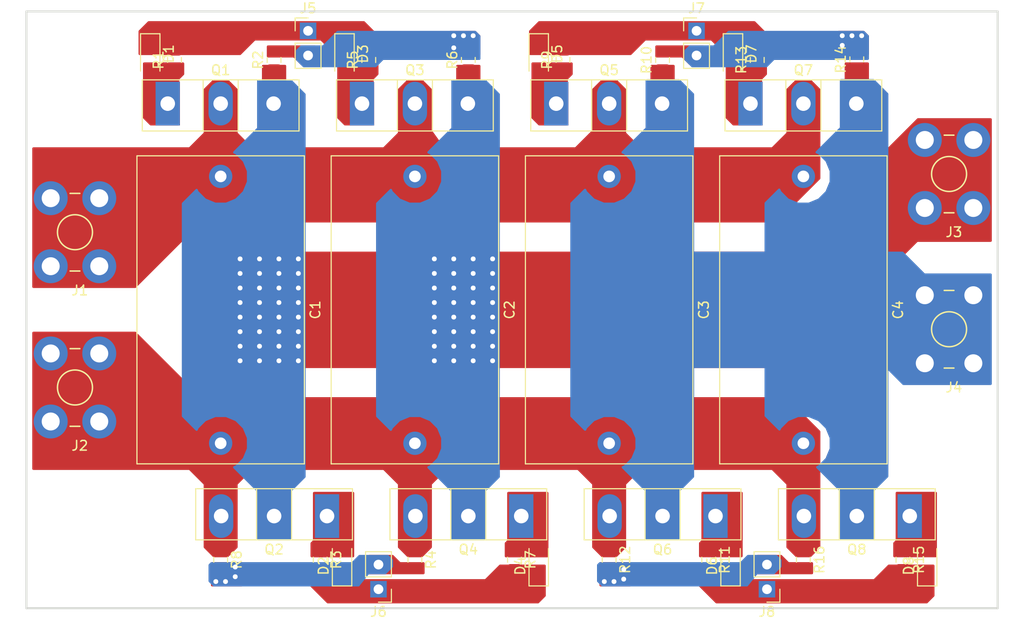
<source format=kicad_pcb>
(kicad_pcb (version 20171130) (host pcbnew 5.0.0-fee4fd1~66~ubuntu18.04.1)

  (general
    (thickness 1.6)
    (drawings 5)
    (tracks 80)
    (zones 0)
    (modules 44)
    (nets 21)
  )

  (page A4)
  (layers
    (0 F.Cu signal)
    (1 In1.Cu signal hide)
    (2 In2.Cu signal hide)
    (31 B.Cu signal)
    (32 B.Adhes user)
    (33 F.Adhes user)
    (34 B.Paste user)
    (35 F.Paste user)
    (36 B.SilkS user)
    (37 F.SilkS user)
    (38 B.Mask user)
    (39 F.Mask user)
    (40 Dwgs.User user)
    (41 Cmts.User user)
    (42 Eco1.User user)
    (43 Eco2.User user)
    (44 Edge.Cuts user)
    (45 Margin user)
    (46 B.CrtYd user)
    (47 F.CrtYd user)
    (48 B.Fab user)
    (49 F.Fab user)
  )

  (setup
    (last_trace_width 0.32)
    (user_trace_width 0.16)
    (user_trace_width 0.24)
    (user_trace_width 0.32)
    (user_trace_width 0.48)
    (user_trace_width 0.64)
    (user_trace_width 1)
    (user_trace_width 1.6)
    (user_trace_width 3)
    (trace_clearance 0.16)
    (zone_clearance 0.5)
    (zone_45_only no)
    (trace_min 0.16)
    (segment_width 0.2)
    (edge_width 0.15)
    (via_size 0.65)
    (via_drill 0.3)
    (via_min_size 0.4)
    (via_min_drill 0.3)
    (user_via 0.65 0.3)
    (user_via 0.85 0.5)
    (user_via 1 0.6)
    (uvia_size 0.3)
    (uvia_drill 0.1)
    (uvias_allowed no)
    (uvia_min_size 0.2)
    (uvia_min_drill 0.1)
    (pcb_text_width 0.3)
    (pcb_text_size 1.5 1.5)
    (mod_edge_width 0.15)
    (mod_text_size 1 1)
    (mod_text_width 0.15)
    (pad_size 1.524 1.524)
    (pad_drill 0.762)
    (pad_to_mask_clearance 0.2)
    (aux_axis_origin 0 0)
    (visible_elements FFFFFF7F)
    (pcbplotparams
      (layerselection 0x010fc_ffffffff)
      (usegerberextensions false)
      (usegerberattributes false)
      (usegerberadvancedattributes false)
      (creategerberjobfile false)
      (excludeedgelayer true)
      (linewidth 0.100000)
      (plotframeref false)
      (viasonmask false)
      (mode 1)
      (useauxorigin false)
      (hpglpennumber 1)
      (hpglpenspeed 20)
      (hpglpendiameter 15.000000)
      (psnegative false)
      (psa4output false)
      (plotreference true)
      (plotvalue true)
      (plotinvisibletext false)
      (padsonsilk false)
      (subtractmaskfromsilk false)
      (outputformat 1)
      (mirror false)
      (drillshape 1)
      (scaleselection 1)
      (outputdirectory ""))
  )

  (net 0 "")
  (net 1 /VIN+)
  (net 2 /VIN-)
  (net 3 /A)
  (net 4 /B)
  (net 5 /C)
  (net 6 /VSW+)
  (net 7 /VSW-)
  (net 8 /D)
  (net 9 /E)
  (net 10 /F)
  (net 11 /G)
  (net 12 /H)
  (net 13 "Net-(D1-Pad2)")
  (net 14 "Net-(D2-Pad2)")
  (net 15 "Net-(D3-Pad2)")
  (net 16 "Net-(D4-Pad2)")
  (net 17 "Net-(D5-Pad2)")
  (net 18 "Net-(D6-Pad2)")
  (net 19 "Net-(D7-Pad2)")
  (net 20 "Net-(D8-Pad2)")

  (net_class Default "This is the default net class."
    (clearance 0.16)
    (trace_width 0.16)
    (via_dia 0.65)
    (via_drill 0.3)
    (uvia_dia 0.3)
    (uvia_drill 0.1)
    (add_net /A)
    (add_net /B)
    (add_net /C)
    (add_net /D)
    (add_net /E)
    (add_net /F)
    (add_net /G)
    (add_net /H)
    (add_net /VIN+)
    (add_net /VIN-)
    (add_net /VSW+)
    (add_net /VSW-)
    (add_net "Net-(D1-Pad2)")
    (add_net "Net-(D2-Pad2)")
    (add_net "Net-(D3-Pad2)")
    (add_net "Net-(D4-Pad2)")
    (add_net "Net-(D5-Pad2)")
    (add_net "Net-(D6-Pad2)")
    (add_net "Net-(D7-Pad2)")
    (add_net "Net-(D8-Pad2)")
  )

  (module Capacitor_THT:C_Rect_L31.5mm_W17.0mm_P27.50mm_MKS4 (layer F.Cu) (tedit 5AE50EF0) (tstamp 5C029A6A)
    (at 140.5 62.5 270)
    (descr "C, Rect series, Radial, pin pitch=27.50mm, , length*width=31.5*17mm^2, Capacitor, http://www.wima.com/EN/WIMA_MKS_4.pdf")
    (tags "C Rect series Radial pin pitch 27.50mm  length 31.5mm width 17mm Capacitor")
    (path /5BD11E82)
    (fp_text reference C2 (at 13.75 -9.75 270) (layer F.SilkS)
      (effects (font (size 1 1) (thickness 0.15)))
    )
    (fp_text value B32674D6225K000 (at 13.75 9.75 270) (layer F.Fab)
      (effects (font (size 1 1) (thickness 0.15)))
    )
    (fp_line (start -2 -8.5) (end -2 8.5) (layer F.Fab) (width 0.1))
    (fp_line (start -2 8.5) (end 29.5 8.5) (layer F.Fab) (width 0.1))
    (fp_line (start 29.5 8.5) (end 29.5 -8.5) (layer F.Fab) (width 0.1))
    (fp_line (start 29.5 -8.5) (end -2 -8.5) (layer F.Fab) (width 0.1))
    (fp_line (start -2.12 -8.62) (end 29.62 -8.62) (layer F.SilkS) (width 0.12))
    (fp_line (start -2.12 8.62) (end 29.62 8.62) (layer F.SilkS) (width 0.12))
    (fp_line (start -2.12 -8.62) (end -2.12 8.62) (layer F.SilkS) (width 0.12))
    (fp_line (start 29.62 -8.62) (end 29.62 8.62) (layer F.SilkS) (width 0.12))
    (fp_line (start -2.25 -8.75) (end -2.25 8.75) (layer F.CrtYd) (width 0.05))
    (fp_line (start -2.25 8.75) (end 29.75 8.75) (layer F.CrtYd) (width 0.05))
    (fp_line (start 29.75 8.75) (end 29.75 -8.75) (layer F.CrtYd) (width 0.05))
    (fp_line (start 29.75 -8.75) (end -2.25 -8.75) (layer F.CrtYd) (width 0.05))
    (fp_text user %R (at 13.75 0 270) (layer F.Fab)
      (effects (font (size 1 1) (thickness 0.15)))
    )
    (pad 1 thru_hole circle (at 0 0 270) (size 2.4 2.4) (drill 1.2) (layers *.Cu *.Mask)
      (net 1 /VIN+))
    (pad 2 thru_hole circle (at 27.5 0 270) (size 2.4 2.4) (drill 1.2) (layers *.Cu *.Mask)
      (net 2 /VIN-))
    (model ${KISYS3DMOD}/Capacitor_THT.3dshapes/C_Rect_L31.5mm_W17.0mm_P27.50mm_MKS4.wrl
      (at (xyz 0 0 0))
      (scale (xyz 1 1 1))
      (rotate (xyz 0 0 0))
    )
  )

  (module Package_TO_SOT_THT:TO-247-3_Vertical (layer F.Cu) (tedit 5AC86DC3) (tstamp 5C02910A)
    (at 115.05 55)
    (descr "TO-247-3, Vertical, RM 5.45mm, see https://toshiba.semicon-storage.com/us/product/mosfet/to-247-4l.html")
    (tags "TO-247-3 Vertical RM 5.45mm")
    (path /5BCAB7CC)
    (fp_text reference Q1 (at 5.45 -3.45) (layer F.SilkS)
      (effects (font (size 1 1) (thickness 0.15)))
    )
    (fp_text value IRG4PF50W (at 5.45 3.95) (layer F.Fab)
      (effects (font (size 1 1) (thickness 0.15)))
    )
    (fp_line (start -2.5 -2.33) (end -2.5 2.7) (layer F.Fab) (width 0.1))
    (fp_line (start -2.5 2.7) (end 13.4 2.7) (layer F.Fab) (width 0.1))
    (fp_line (start 13.4 2.7) (end 13.4 -2.33) (layer F.Fab) (width 0.1))
    (fp_line (start 13.4 -2.33) (end -2.5 -2.33) (layer F.Fab) (width 0.1))
    (fp_line (start 3.645 -2.33) (end 3.645 2.7) (layer F.Fab) (width 0.1))
    (fp_line (start 7.255 -2.33) (end 7.255 2.7) (layer F.Fab) (width 0.1))
    (fp_line (start -2.62 -2.451) (end 13.52 -2.451) (layer F.SilkS) (width 0.12))
    (fp_line (start -2.62 2.82) (end 13.52 2.82) (layer F.SilkS) (width 0.12))
    (fp_line (start -2.62 -2.451) (end -2.62 2.82) (layer F.SilkS) (width 0.12))
    (fp_line (start 13.52 -2.451) (end 13.52 2.82) (layer F.SilkS) (width 0.12))
    (fp_line (start 3.646 -2.451) (end 3.646 2.82) (layer F.SilkS) (width 0.12))
    (fp_line (start 7.255 -2.451) (end 7.255 2.82) (layer F.SilkS) (width 0.12))
    (fp_line (start -2.75 -2.59) (end -2.75 2.95) (layer F.CrtYd) (width 0.05))
    (fp_line (start -2.75 2.95) (end 13.65 2.95) (layer F.CrtYd) (width 0.05))
    (fp_line (start 13.65 2.95) (end 13.65 -2.59) (layer F.CrtYd) (width 0.05))
    (fp_line (start 13.65 -2.59) (end -2.75 -2.59) (layer F.CrtYd) (width 0.05))
    (fp_text user %R (at 5.45 -3.45) (layer F.Fab)
      (effects (font (size 1 1) (thickness 0.15)))
    )
    (pad 1 thru_hole rect (at 0 0) (size 2.5 4.5) (drill 1.5) (layers *.Cu *.Mask)
      (net 13 "Net-(D1-Pad2)"))
    (pad 2 thru_hole oval (at 5.45 0) (size 2.5 4.5) (drill 1.5) (layers *.Cu *.Mask)
      (net 1 /VIN+))
    (pad 3 thru_hole oval (at 10.9 0) (size 2.5 4.5) (drill 1.5) (layers *.Cu *.Mask)
      (net 6 /VSW+))
    (model ${KISYS3DMOD}/Package_TO_SOT_THT.3dshapes/TO-247-3_Vertical.wrl
      (at (xyz 0 0 0))
      (scale (xyz 1 1 1))
      (rotate (xyz 0 0 0))
    )
  )

  (module Package_TO_SOT_THT:TO-247-3_Vertical (layer F.Cu) (tedit 5AC86DC3) (tstamp 5C029152)
    (at 131.45 97.5 180)
    (descr "TO-247-3, Vertical, RM 5.45mm, see https://toshiba.semicon-storage.com/us/product/mosfet/to-247-4l.html")
    (tags "TO-247-3 Vertical RM 5.45mm")
    (path /5BCAB99A)
    (fp_text reference Q2 (at 5.45 -3.45 180) (layer F.SilkS)
      (effects (font (size 1 1) (thickness 0.15)))
    )
    (fp_text value IRG4PF50W (at 5.45 3.95 180) (layer F.Fab)
      (effects (font (size 1 1) (thickness 0.15)))
    )
    (fp_text user %R (at 5.45 -3.45 180) (layer F.Fab)
      (effects (font (size 1 1) (thickness 0.15)))
    )
    (fp_line (start 13.65 -2.59) (end -2.75 -2.59) (layer F.CrtYd) (width 0.05))
    (fp_line (start 13.65 2.95) (end 13.65 -2.59) (layer F.CrtYd) (width 0.05))
    (fp_line (start -2.75 2.95) (end 13.65 2.95) (layer F.CrtYd) (width 0.05))
    (fp_line (start -2.75 -2.59) (end -2.75 2.95) (layer F.CrtYd) (width 0.05))
    (fp_line (start 7.255 -2.451) (end 7.255 2.82) (layer F.SilkS) (width 0.12))
    (fp_line (start 3.646 -2.451) (end 3.646 2.82) (layer F.SilkS) (width 0.12))
    (fp_line (start 13.52 -2.451) (end 13.52 2.82) (layer F.SilkS) (width 0.12))
    (fp_line (start -2.62 -2.451) (end -2.62 2.82) (layer F.SilkS) (width 0.12))
    (fp_line (start -2.62 2.82) (end 13.52 2.82) (layer F.SilkS) (width 0.12))
    (fp_line (start -2.62 -2.451) (end 13.52 -2.451) (layer F.SilkS) (width 0.12))
    (fp_line (start 7.255 -2.33) (end 7.255 2.7) (layer F.Fab) (width 0.1))
    (fp_line (start 3.645 -2.33) (end 3.645 2.7) (layer F.Fab) (width 0.1))
    (fp_line (start 13.4 -2.33) (end -2.5 -2.33) (layer F.Fab) (width 0.1))
    (fp_line (start 13.4 2.7) (end 13.4 -2.33) (layer F.Fab) (width 0.1))
    (fp_line (start -2.5 2.7) (end 13.4 2.7) (layer F.Fab) (width 0.1))
    (fp_line (start -2.5 -2.33) (end -2.5 2.7) (layer F.Fab) (width 0.1))
    (pad 3 thru_hole oval (at 10.9 0 180) (size 2.5 4.5) (drill 1.5) (layers *.Cu *.Mask)
      (net 2 /VIN-))
    (pad 2 thru_hole oval (at 5.45 0 180) (size 2.5 4.5) (drill 1.5) (layers *.Cu *.Mask)
      (net 6 /VSW+))
    (pad 1 thru_hole rect (at 0 0 180) (size 2.5 4.5) (drill 1.5) (layers *.Cu *.Mask)
      (net 14 "Net-(D2-Pad2)"))
    (model ${KISYS3DMOD}/Package_TO_SOT_THT.3dshapes/TO-247-3_Vertical.wrl
      (at (xyz 0 0 0))
      (scale (xyz 1 1 1))
      (rotate (xyz 0 0 0))
    )
  )

  (module Package_TO_SOT_THT:TO-247-3_Vertical (layer F.Cu) (tedit 5AC86DC3) (tstamp 5C029386)
    (at 135.05 55)
    (descr "TO-247-3, Vertical, RM 5.45mm, see https://toshiba.semicon-storage.com/us/product/mosfet/to-247-4l.html")
    (tags "TO-247-3 Vertical RM 5.45mm")
    (path /5BCAB91A)
    (fp_text reference Q3 (at 5.45 -3.45) (layer F.SilkS)
      (effects (font (size 1 1) (thickness 0.15)))
    )
    (fp_text value IRG4PF50W (at 5.45 3.95) (layer F.Fab)
      (effects (font (size 1 1) (thickness 0.15)))
    )
    (fp_text user %R (at 5.45 -3.45) (layer F.Fab)
      (effects (font (size 1 1) (thickness 0.15)))
    )
    (fp_line (start 13.65 -2.59) (end -2.75 -2.59) (layer F.CrtYd) (width 0.05))
    (fp_line (start 13.65 2.95) (end 13.65 -2.59) (layer F.CrtYd) (width 0.05))
    (fp_line (start -2.75 2.95) (end 13.65 2.95) (layer F.CrtYd) (width 0.05))
    (fp_line (start -2.75 -2.59) (end -2.75 2.95) (layer F.CrtYd) (width 0.05))
    (fp_line (start 7.255 -2.451) (end 7.255 2.82) (layer F.SilkS) (width 0.12))
    (fp_line (start 3.646 -2.451) (end 3.646 2.82) (layer F.SilkS) (width 0.12))
    (fp_line (start 13.52 -2.451) (end 13.52 2.82) (layer F.SilkS) (width 0.12))
    (fp_line (start -2.62 -2.451) (end -2.62 2.82) (layer F.SilkS) (width 0.12))
    (fp_line (start -2.62 2.82) (end 13.52 2.82) (layer F.SilkS) (width 0.12))
    (fp_line (start -2.62 -2.451) (end 13.52 -2.451) (layer F.SilkS) (width 0.12))
    (fp_line (start 7.255 -2.33) (end 7.255 2.7) (layer F.Fab) (width 0.1))
    (fp_line (start 3.645 -2.33) (end 3.645 2.7) (layer F.Fab) (width 0.1))
    (fp_line (start 13.4 -2.33) (end -2.5 -2.33) (layer F.Fab) (width 0.1))
    (fp_line (start 13.4 2.7) (end 13.4 -2.33) (layer F.Fab) (width 0.1))
    (fp_line (start -2.5 2.7) (end 13.4 2.7) (layer F.Fab) (width 0.1))
    (fp_line (start -2.5 -2.33) (end -2.5 2.7) (layer F.Fab) (width 0.1))
    (pad 3 thru_hole oval (at 10.9 0) (size 2.5 4.5) (drill 1.5) (layers *.Cu *.Mask)
      (net 6 /VSW+))
    (pad 2 thru_hole oval (at 5.45 0) (size 2.5 4.5) (drill 1.5) (layers *.Cu *.Mask)
      (net 1 /VIN+))
    (pad 1 thru_hole rect (at 0 0) (size 2.5 4.5) (drill 1.5) (layers *.Cu *.Mask)
      (net 15 "Net-(D3-Pad2)"))
    (model ${KISYS3DMOD}/Package_TO_SOT_THT.3dshapes/TO-247-3_Vertical.wrl
      (at (xyz 0 0 0))
      (scale (xyz 1 1 1))
      (rotate (xyz 0 0 0))
    )
  )

  (module Package_TO_SOT_THT:TO-247-3_Vertical (layer F.Cu) (tedit 5AC86DC3) (tstamp 5C02940D)
    (at 151.45 97.5 180)
    (descr "TO-247-3, Vertical, RM 5.45mm, see https://toshiba.semicon-storage.com/us/product/mosfet/to-247-4l.html")
    (tags "TO-247-3 Vertical RM 5.45mm")
    (path /5BCABA1D)
    (fp_text reference Q4 (at 5.45 -3.45 180) (layer F.SilkS)
      (effects (font (size 1 1) (thickness 0.15)))
    )
    (fp_text value IRG4PF50W (at 5.45 3.95 180) (layer F.Fab)
      (effects (font (size 1 1) (thickness 0.15)))
    )
    (fp_line (start -2.5 -2.33) (end -2.5 2.7) (layer F.Fab) (width 0.1))
    (fp_line (start -2.5 2.7) (end 13.4 2.7) (layer F.Fab) (width 0.1))
    (fp_line (start 13.4 2.7) (end 13.4 -2.33) (layer F.Fab) (width 0.1))
    (fp_line (start 13.4 -2.33) (end -2.5 -2.33) (layer F.Fab) (width 0.1))
    (fp_line (start 3.645 -2.33) (end 3.645 2.7) (layer F.Fab) (width 0.1))
    (fp_line (start 7.255 -2.33) (end 7.255 2.7) (layer F.Fab) (width 0.1))
    (fp_line (start -2.62 -2.451) (end 13.52 -2.451) (layer F.SilkS) (width 0.12))
    (fp_line (start -2.62 2.82) (end 13.52 2.82) (layer F.SilkS) (width 0.12))
    (fp_line (start -2.62 -2.451) (end -2.62 2.82) (layer F.SilkS) (width 0.12))
    (fp_line (start 13.52 -2.451) (end 13.52 2.82) (layer F.SilkS) (width 0.12))
    (fp_line (start 3.646 -2.451) (end 3.646 2.82) (layer F.SilkS) (width 0.12))
    (fp_line (start 7.255 -2.451) (end 7.255 2.82) (layer F.SilkS) (width 0.12))
    (fp_line (start -2.75 -2.59) (end -2.75 2.95) (layer F.CrtYd) (width 0.05))
    (fp_line (start -2.75 2.95) (end 13.65 2.95) (layer F.CrtYd) (width 0.05))
    (fp_line (start 13.65 2.95) (end 13.65 -2.59) (layer F.CrtYd) (width 0.05))
    (fp_line (start 13.65 -2.59) (end -2.75 -2.59) (layer F.CrtYd) (width 0.05))
    (fp_text user %R (at 5.45 -3.45 180) (layer F.Fab)
      (effects (font (size 1 1) (thickness 0.15)))
    )
    (pad 1 thru_hole rect (at 0 0 180) (size 2.5 4.5) (drill 1.5) (layers *.Cu *.Mask)
      (net 16 "Net-(D4-Pad2)"))
    (pad 2 thru_hole oval (at 5.45 0 180) (size 2.5 4.5) (drill 1.5) (layers *.Cu *.Mask)
      (net 6 /VSW+))
    (pad 3 thru_hole oval (at 10.9 0 180) (size 2.5 4.5) (drill 1.5) (layers *.Cu *.Mask)
      (net 2 /VIN-))
    (model ${KISYS3DMOD}/Package_TO_SOT_THT.3dshapes/TO-247-3_Vertical.wrl
      (at (xyz 0 0 0))
      (scale (xyz 1 1 1))
      (rotate (xyz 0 0 0))
    )
  )

  (module Resistor_SMD:R_0805_2012Metric (layer F.Cu) (tedit 5B36C52B) (tstamp 5C02944B)
    (at 115.75 50.5 90)
    (descr "Resistor SMD 0805 (2012 Metric), square (rectangular) end terminal, IPC_7351 nominal, (Body size source: https://docs.google.com/spreadsheets/d/1BsfQQcO9C6DZCsRaXUlFlo91Tg2WpOkGARC1WS5S8t0/edit?usp=sharing), generated with kicad-footprint-generator")
    (tags resistor)
    (path /5BCABB3F)
    (attr smd)
    (fp_text reference R1 (at 0 -1.65 90) (layer F.SilkS)
      (effects (font (size 1 1) (thickness 0.15)))
    )
    (fp_text value R (at 0 1.65 90) (layer F.Fab)
      (effects (font (size 1 1) (thickness 0.15)))
    )
    (fp_text user %R (at 0 0 90) (layer F.Fab)
      (effects (font (size 0.5 0.5) (thickness 0.08)))
    )
    (fp_line (start 1.68 0.95) (end -1.68 0.95) (layer F.CrtYd) (width 0.05))
    (fp_line (start 1.68 -0.95) (end 1.68 0.95) (layer F.CrtYd) (width 0.05))
    (fp_line (start -1.68 -0.95) (end 1.68 -0.95) (layer F.CrtYd) (width 0.05))
    (fp_line (start -1.68 0.95) (end -1.68 -0.95) (layer F.CrtYd) (width 0.05))
    (fp_line (start -0.258578 0.71) (end 0.258578 0.71) (layer F.SilkS) (width 0.12))
    (fp_line (start -0.258578 -0.71) (end 0.258578 -0.71) (layer F.SilkS) (width 0.12))
    (fp_line (start 1 0.6) (end -1 0.6) (layer F.Fab) (width 0.1))
    (fp_line (start 1 -0.6) (end 1 0.6) (layer F.Fab) (width 0.1))
    (fp_line (start -1 -0.6) (end 1 -0.6) (layer F.Fab) (width 0.1))
    (fp_line (start -1 0.6) (end -1 -0.6) (layer F.Fab) (width 0.1))
    (pad 2 smd roundrect (at 0.9375 0 90) (size 0.975 1.4) (layers F.Cu F.Paste F.Mask) (roundrect_rratio 0.25)
      (net 3 /A))
    (pad 1 smd roundrect (at -0.9375 0 90) (size 0.975 1.4) (layers F.Cu F.Paste F.Mask) (roundrect_rratio 0.25)
      (net 13 "Net-(D1-Pad2)"))
    (model ${KISYS3DMOD}/Resistor_SMD.3dshapes/R_0805_2012Metric.wrl
      (at (xyz 0 0 0))
      (scale (xyz 1 1 1))
      (rotate (xyz 0 0 0))
    )
  )

  (module Resistor_SMD:R_0805_2012Metric (layer F.Cu) (tedit 5B36C52B) (tstamp 5C02947B)
    (at 126 50.5 90)
    (descr "Resistor SMD 0805 (2012 Metric), square (rectangular) end terminal, IPC_7351 nominal, (Body size source: https://docs.google.com/spreadsheets/d/1BsfQQcO9C6DZCsRaXUlFlo91Tg2WpOkGARC1WS5S8t0/edit?usp=sharing), generated with kicad-footprint-generator")
    (tags resistor)
    (path /5BCABBE4)
    (attr smd)
    (fp_text reference R2 (at 0 -1.65 90) (layer F.SilkS)
      (effects (font (size 1 1) (thickness 0.15)))
    )
    (fp_text value R (at 0 1.65 90) (layer F.Fab)
      (effects (font (size 1 1) (thickness 0.15)))
    )
    (fp_line (start -1 0.6) (end -1 -0.6) (layer F.Fab) (width 0.1))
    (fp_line (start -1 -0.6) (end 1 -0.6) (layer F.Fab) (width 0.1))
    (fp_line (start 1 -0.6) (end 1 0.6) (layer F.Fab) (width 0.1))
    (fp_line (start 1 0.6) (end -1 0.6) (layer F.Fab) (width 0.1))
    (fp_line (start -0.258578 -0.71) (end 0.258578 -0.71) (layer F.SilkS) (width 0.12))
    (fp_line (start -0.258578 0.71) (end 0.258578 0.71) (layer F.SilkS) (width 0.12))
    (fp_line (start -1.68 0.95) (end -1.68 -0.95) (layer F.CrtYd) (width 0.05))
    (fp_line (start -1.68 -0.95) (end 1.68 -0.95) (layer F.CrtYd) (width 0.05))
    (fp_line (start 1.68 -0.95) (end 1.68 0.95) (layer F.CrtYd) (width 0.05))
    (fp_line (start 1.68 0.95) (end -1.68 0.95) (layer F.CrtYd) (width 0.05))
    (fp_text user %R (at 0 0 90) (layer F.Fab)
      (effects (font (size 0.5 0.5) (thickness 0.08)))
    )
    (pad 1 smd roundrect (at -0.9375 0 90) (size 0.975 1.4) (layers F.Cu F.Paste F.Mask) (roundrect_rratio 0.25)
      (net 6 /VSW+))
    (pad 2 smd roundrect (at 0.9375 0 90) (size 0.975 1.4) (layers F.Cu F.Paste F.Mask) (roundrect_rratio 0.25)
      (net 4 /B))
    (model ${KISYS3DMOD}/Resistor_SMD.3dshapes/R_0805_2012Metric.wrl
      (at (xyz 0 0 0))
      (scale (xyz 1 1 1))
      (rotate (xyz 0 0 0))
    )
  )

  (module Resistor_SMD:R_0805_2012Metric (layer F.Cu) (tedit 5B36C52B) (tstamp 5C0294AB)
    (at 130.75 102 270)
    (descr "Resistor SMD 0805 (2012 Metric), square (rectangular) end terminal, IPC_7351 nominal, (Body size source: https://docs.google.com/spreadsheets/d/1BsfQQcO9C6DZCsRaXUlFlo91Tg2WpOkGARC1WS5S8t0/edit?usp=sharing), generated with kicad-footprint-generator")
    (tags resistor)
    (path /5BCABA6A)
    (attr smd)
    (fp_text reference R3 (at 0 -1.65 270) (layer F.SilkS)
      (effects (font (size 1 1) (thickness 0.15)))
    )
    (fp_text value R (at 0 1.65 270) (layer F.Fab)
      (effects (font (size 1 1) (thickness 0.15)))
    )
    (fp_line (start -1 0.6) (end -1 -0.6) (layer F.Fab) (width 0.1))
    (fp_line (start -1 -0.6) (end 1 -0.6) (layer F.Fab) (width 0.1))
    (fp_line (start 1 -0.6) (end 1 0.6) (layer F.Fab) (width 0.1))
    (fp_line (start 1 0.6) (end -1 0.6) (layer F.Fab) (width 0.1))
    (fp_line (start -0.258578 -0.71) (end 0.258578 -0.71) (layer F.SilkS) (width 0.12))
    (fp_line (start -0.258578 0.71) (end 0.258578 0.71) (layer F.SilkS) (width 0.12))
    (fp_line (start -1.68 0.95) (end -1.68 -0.95) (layer F.CrtYd) (width 0.05))
    (fp_line (start -1.68 -0.95) (end 1.68 -0.95) (layer F.CrtYd) (width 0.05))
    (fp_line (start 1.68 -0.95) (end 1.68 0.95) (layer F.CrtYd) (width 0.05))
    (fp_line (start 1.68 0.95) (end -1.68 0.95) (layer F.CrtYd) (width 0.05))
    (fp_text user %R (at 0 0 90) (layer F.Fab)
      (effects (font (size 0.5 0.5) (thickness 0.08)))
    )
    (pad 1 smd roundrect (at -0.9375 0 270) (size 0.975 1.4) (layers F.Cu F.Paste F.Mask) (roundrect_rratio 0.25)
      (net 14 "Net-(D2-Pad2)"))
    (pad 2 smd roundrect (at 0.9375 0 270) (size 0.975 1.4) (layers F.Cu F.Paste F.Mask) (roundrect_rratio 0.25)
      (net 5 /C))
    (model ${KISYS3DMOD}/Resistor_SMD.3dshapes/R_0805_2012Metric.wrl
      (at (xyz 0 0 0))
      (scale (xyz 1 1 1))
      (rotate (xyz 0 0 0))
    )
  )

  (module Resistor_SMD:R_0805_2012Metric (layer F.Cu) (tedit 5B36C52B) (tstamp 5C0292A7)
    (at 140.5 102 270)
    (descr "Resistor SMD 0805 (2012 Metric), square (rectangular) end terminal, IPC_7351 nominal, (Body size source: https://docs.google.com/spreadsheets/d/1BsfQQcO9C6DZCsRaXUlFlo91Tg2WpOkGARC1WS5S8t0/edit?usp=sharing), generated with kicad-footprint-generator")
    (tags resistor)
    (path /5BCABC3D)
    (attr smd)
    (fp_text reference R4 (at 0 -1.65 270) (layer F.SilkS)
      (effects (font (size 1 1) (thickness 0.15)))
    )
    (fp_text value R (at 0 1.65 270) (layer F.Fab)
      (effects (font (size 1 1) (thickness 0.15)))
    )
    (fp_text user %R (at 0 0 270) (layer F.Fab)
      (effects (font (size 0.5 0.5) (thickness 0.08)))
    )
    (fp_line (start 1.68 0.95) (end -1.68 0.95) (layer F.CrtYd) (width 0.05))
    (fp_line (start 1.68 -0.95) (end 1.68 0.95) (layer F.CrtYd) (width 0.05))
    (fp_line (start -1.68 -0.95) (end 1.68 -0.95) (layer F.CrtYd) (width 0.05))
    (fp_line (start -1.68 0.95) (end -1.68 -0.95) (layer F.CrtYd) (width 0.05))
    (fp_line (start -0.258578 0.71) (end 0.258578 0.71) (layer F.SilkS) (width 0.12))
    (fp_line (start -0.258578 -0.71) (end 0.258578 -0.71) (layer F.SilkS) (width 0.12))
    (fp_line (start 1 0.6) (end -1 0.6) (layer F.Fab) (width 0.1))
    (fp_line (start 1 -0.6) (end 1 0.6) (layer F.Fab) (width 0.1))
    (fp_line (start -1 -0.6) (end 1 -0.6) (layer F.Fab) (width 0.1))
    (fp_line (start -1 0.6) (end -1 -0.6) (layer F.Fab) (width 0.1))
    (pad 2 smd roundrect (at 0.9375 0 270) (size 0.975 1.4) (layers F.Cu F.Paste F.Mask) (roundrect_rratio 0.25)
      (net 8 /D))
    (pad 1 smd roundrect (at -0.9375 0 270) (size 0.975 1.4) (layers F.Cu F.Paste F.Mask) (roundrect_rratio 0.25)
      (net 2 /VIN-))
    (model ${KISYS3DMOD}/Resistor_SMD.3dshapes/R_0805_2012Metric.wrl
      (at (xyz 0 0 0))
      (scale (xyz 1 1 1))
      (rotate (xyz 0 0 0))
    )
  )

  (module Resistor_SMD:R_0805_2012Metric (layer F.Cu) (tedit 5B36C52B) (tstamp 5C029277)
    (at 135.75 50.5 90)
    (descr "Resistor SMD 0805 (2012 Metric), square (rectangular) end terminal, IPC_7351 nominal, (Body size source: https://docs.google.com/spreadsheets/d/1BsfQQcO9C6DZCsRaXUlFlo91Tg2WpOkGARC1WS5S8t0/edit?usp=sharing), generated with kicad-footprint-generator")
    (tags resistor)
    (path /5BCABD54)
    (attr smd)
    (fp_text reference R5 (at 0 -1.65 90) (layer F.SilkS)
      (effects (font (size 1 1) (thickness 0.15)))
    )
    (fp_text value R (at 0 1.65 90) (layer F.Fab)
      (effects (font (size 1 1) (thickness 0.15)))
    )
    (fp_line (start -1 0.6) (end -1 -0.6) (layer F.Fab) (width 0.1))
    (fp_line (start -1 -0.6) (end 1 -0.6) (layer F.Fab) (width 0.1))
    (fp_line (start 1 -0.6) (end 1 0.6) (layer F.Fab) (width 0.1))
    (fp_line (start 1 0.6) (end -1 0.6) (layer F.Fab) (width 0.1))
    (fp_line (start -0.258578 -0.71) (end 0.258578 -0.71) (layer F.SilkS) (width 0.12))
    (fp_line (start -0.258578 0.71) (end 0.258578 0.71) (layer F.SilkS) (width 0.12))
    (fp_line (start -1.68 0.95) (end -1.68 -0.95) (layer F.CrtYd) (width 0.05))
    (fp_line (start -1.68 -0.95) (end 1.68 -0.95) (layer F.CrtYd) (width 0.05))
    (fp_line (start 1.68 -0.95) (end 1.68 0.95) (layer F.CrtYd) (width 0.05))
    (fp_line (start 1.68 0.95) (end -1.68 0.95) (layer F.CrtYd) (width 0.05))
    (fp_text user %R (at 0 0 90) (layer F.Fab)
      (effects (font (size 0.5 0.5) (thickness 0.08)))
    )
    (pad 1 smd roundrect (at -0.9375 0 90) (size 0.975 1.4) (layers F.Cu F.Paste F.Mask) (roundrect_rratio 0.25)
      (net 15 "Net-(D3-Pad2)"))
    (pad 2 smd roundrect (at 0.9375 0 90) (size 0.975 1.4) (layers F.Cu F.Paste F.Mask) (roundrect_rratio 0.25)
      (net 3 /A))
    (model ${KISYS3DMOD}/Resistor_SMD.3dshapes/R_0805_2012Metric.wrl
      (at (xyz 0 0 0))
      (scale (xyz 1 1 1))
      (rotate (xyz 0 0 0))
    )
  )

  (module Resistor_SMD:R_0805_2012Metric (layer F.Cu) (tedit 5B36C52B) (tstamp 5C0291DB)
    (at 146 50.5 90)
    (descr "Resistor SMD 0805 (2012 Metric), square (rectangular) end terminal, IPC_7351 nominal, (Body size source: https://docs.google.com/spreadsheets/d/1BsfQQcO9C6DZCsRaXUlFlo91Tg2WpOkGARC1WS5S8t0/edit?usp=sharing), generated with kicad-footprint-generator")
    (tags resistor)
    (path /5BCABEF1)
    (attr smd)
    (fp_text reference R6 (at 0 -1.65 90) (layer F.SilkS)
      (effects (font (size 1 1) (thickness 0.15)))
    )
    (fp_text value R (at 0 1.65 90) (layer F.Fab)
      (effects (font (size 1 1) (thickness 0.15)))
    )
    (fp_text user %R (at 0 0 90) (layer F.Fab)
      (effects (font (size 0.5 0.5) (thickness 0.08)))
    )
    (fp_line (start 1.68 0.95) (end -1.68 0.95) (layer F.CrtYd) (width 0.05))
    (fp_line (start 1.68 -0.95) (end 1.68 0.95) (layer F.CrtYd) (width 0.05))
    (fp_line (start -1.68 -0.95) (end 1.68 -0.95) (layer F.CrtYd) (width 0.05))
    (fp_line (start -1.68 0.95) (end -1.68 -0.95) (layer F.CrtYd) (width 0.05))
    (fp_line (start -0.258578 0.71) (end 0.258578 0.71) (layer F.SilkS) (width 0.12))
    (fp_line (start -0.258578 -0.71) (end 0.258578 -0.71) (layer F.SilkS) (width 0.12))
    (fp_line (start 1 0.6) (end -1 0.6) (layer F.Fab) (width 0.1))
    (fp_line (start 1 -0.6) (end 1 0.6) (layer F.Fab) (width 0.1))
    (fp_line (start -1 -0.6) (end 1 -0.6) (layer F.Fab) (width 0.1))
    (fp_line (start -1 0.6) (end -1 -0.6) (layer F.Fab) (width 0.1))
    (pad 2 smd roundrect (at 0.9375 0 90) (size 0.975 1.4) (layers F.Cu F.Paste F.Mask) (roundrect_rratio 0.25)
      (net 4 /B))
    (pad 1 smd roundrect (at -0.9375 0 90) (size 0.975 1.4) (layers F.Cu F.Paste F.Mask) (roundrect_rratio 0.25)
      (net 6 /VSW+))
    (model ${KISYS3DMOD}/Resistor_SMD.3dshapes/R_0805_2012Metric.wrl
      (at (xyz 0 0 0))
      (scale (xyz 1 1 1))
      (rotate (xyz 0 0 0))
    )
  )

  (module Resistor_SMD:R_0805_2012Metric (layer F.Cu) (tedit 5B36C52B) (tstamp 5C029190)
    (at 150.75 102 270)
    (descr "Resistor SMD 0805 (2012 Metric), square (rectangular) end terminal, IPC_7351 nominal, (Body size source: https://docs.google.com/spreadsheets/d/1BsfQQcO9C6DZCsRaXUlFlo91Tg2WpOkGARC1WS5S8t0/edit?usp=sharing), generated with kicad-footprint-generator")
    (tags resistor)
    (path /5BCABE1F)
    (attr smd)
    (fp_text reference R7 (at 0 -1.65 270) (layer F.SilkS)
      (effects (font (size 1 1) (thickness 0.15)))
    )
    (fp_text value R (at 0 1.65 270) (layer F.Fab)
      (effects (font (size 1 1) (thickness 0.15)))
    )
    (fp_text user %R (at 0 0 270) (layer F.Fab)
      (effects (font (size 0.5 0.5) (thickness 0.08)))
    )
    (fp_line (start 1.68 0.95) (end -1.68 0.95) (layer F.CrtYd) (width 0.05))
    (fp_line (start 1.68 -0.95) (end 1.68 0.95) (layer F.CrtYd) (width 0.05))
    (fp_line (start -1.68 -0.95) (end 1.68 -0.95) (layer F.CrtYd) (width 0.05))
    (fp_line (start -1.68 0.95) (end -1.68 -0.95) (layer F.CrtYd) (width 0.05))
    (fp_line (start -0.258578 0.71) (end 0.258578 0.71) (layer F.SilkS) (width 0.12))
    (fp_line (start -0.258578 -0.71) (end 0.258578 -0.71) (layer F.SilkS) (width 0.12))
    (fp_line (start 1 0.6) (end -1 0.6) (layer F.Fab) (width 0.1))
    (fp_line (start 1 -0.6) (end 1 0.6) (layer F.Fab) (width 0.1))
    (fp_line (start -1 -0.6) (end 1 -0.6) (layer F.Fab) (width 0.1))
    (fp_line (start -1 0.6) (end -1 -0.6) (layer F.Fab) (width 0.1))
    (pad 2 smd roundrect (at 0.9375 0 270) (size 0.975 1.4) (layers F.Cu F.Paste F.Mask) (roundrect_rratio 0.25)
      (net 5 /C))
    (pad 1 smd roundrect (at -0.9375 0 270) (size 0.975 1.4) (layers F.Cu F.Paste F.Mask) (roundrect_rratio 0.25)
      (net 16 "Net-(D4-Pad2)"))
    (model ${KISYS3DMOD}/Resistor_SMD.3dshapes/R_0805_2012Metric.wrl
      (at (xyz 0 0 0))
      (scale (xyz 1 1 1))
      (rotate (xyz 0 0 0))
    )
  )

  (module Resistor_SMD:R_0805_2012Metric (layer F.Cu) (tedit 5B36C52B) (tstamp 5C0290D3)
    (at 120.5 102 270)
    (descr "Resistor SMD 0805 (2012 Metric), square (rectangular) end terminal, IPC_7351 nominal, (Body size source: https://docs.google.com/spreadsheets/d/1BsfQQcO9C6DZCsRaXUlFlo91Tg2WpOkGARC1WS5S8t0/edit?usp=sharing), generated with kicad-footprint-generator")
    (tags resistor)
    (path /5BCABE84)
    (attr smd)
    (fp_text reference R8 (at 0 -1.65 270) (layer F.SilkS)
      (effects (font (size 1 1) (thickness 0.15)))
    )
    (fp_text value R (at 0 1.65 270) (layer F.Fab)
      (effects (font (size 1 1) (thickness 0.15)))
    )
    (fp_line (start -1 0.6) (end -1 -0.6) (layer F.Fab) (width 0.1))
    (fp_line (start -1 -0.6) (end 1 -0.6) (layer F.Fab) (width 0.1))
    (fp_line (start 1 -0.6) (end 1 0.6) (layer F.Fab) (width 0.1))
    (fp_line (start 1 0.6) (end -1 0.6) (layer F.Fab) (width 0.1))
    (fp_line (start -0.258578 -0.71) (end 0.258578 -0.71) (layer F.SilkS) (width 0.12))
    (fp_line (start -0.258578 0.71) (end 0.258578 0.71) (layer F.SilkS) (width 0.12))
    (fp_line (start -1.68 0.95) (end -1.68 -0.95) (layer F.CrtYd) (width 0.05))
    (fp_line (start -1.68 -0.95) (end 1.68 -0.95) (layer F.CrtYd) (width 0.05))
    (fp_line (start 1.68 -0.95) (end 1.68 0.95) (layer F.CrtYd) (width 0.05))
    (fp_line (start 1.68 0.95) (end -1.68 0.95) (layer F.CrtYd) (width 0.05))
    (fp_text user %R (at 0 0 270) (layer F.Fab)
      (effects (font (size 0.5 0.5) (thickness 0.08)))
    )
    (pad 1 smd roundrect (at -0.9375 0 270) (size 0.975 1.4) (layers F.Cu F.Paste F.Mask) (roundrect_rratio 0.25)
      (net 2 /VIN-))
    (pad 2 smd roundrect (at 0.9375 0 270) (size 0.975 1.4) (layers F.Cu F.Paste F.Mask) (roundrect_rratio 0.25)
      (net 8 /D))
    (model ${KISYS3DMOD}/Resistor_SMD.3dshapes/R_0805_2012Metric.wrl
      (at (xyz 0 0 0))
      (scale (xyz 1 1 1))
      (rotate (xyz 0 0 0))
    )
  )

  (module Capacitor_THT:C_Rect_L31.5mm_W17.0mm_P27.50mm_MKS4 (layer F.Cu) (tedit 5AE50EF0) (tstamp 5C0292E2)
    (at 120.5 62.5 270)
    (descr "C, Rect series, Radial, pin pitch=27.50mm, , length*width=31.5*17mm^2, Capacitor, http://www.wima.com/EN/WIMA_MKS_4.pdf")
    (tags "C Rect series Radial pin pitch 27.50mm  length 31.5mm width 17mm Capacitor")
    (path /5BD12234)
    (fp_text reference C1 (at 13.75 -9.75 270) (layer F.SilkS)
      (effects (font (size 1 1) (thickness 0.15)))
    )
    (fp_text value B32674D6225K000 (at 13.75 9.75 270) (layer F.Fab)
      (effects (font (size 1 1) (thickness 0.15)))
    )
    (fp_text user %R (at 13.75 0 270) (layer F.Fab)
      (effects (font (size 1 1) (thickness 0.15)))
    )
    (fp_line (start 29.75 -8.75) (end -2.25 -8.75) (layer F.CrtYd) (width 0.05))
    (fp_line (start 29.75 8.75) (end 29.75 -8.75) (layer F.CrtYd) (width 0.05))
    (fp_line (start -2.25 8.75) (end 29.75 8.75) (layer F.CrtYd) (width 0.05))
    (fp_line (start -2.25 -8.75) (end -2.25 8.75) (layer F.CrtYd) (width 0.05))
    (fp_line (start 29.62 -8.62) (end 29.62 8.62) (layer F.SilkS) (width 0.12))
    (fp_line (start -2.12 -8.62) (end -2.12 8.62) (layer F.SilkS) (width 0.12))
    (fp_line (start -2.12 8.62) (end 29.62 8.62) (layer F.SilkS) (width 0.12))
    (fp_line (start -2.12 -8.62) (end 29.62 -8.62) (layer F.SilkS) (width 0.12))
    (fp_line (start 29.5 -8.5) (end -2 -8.5) (layer F.Fab) (width 0.1))
    (fp_line (start 29.5 8.5) (end 29.5 -8.5) (layer F.Fab) (width 0.1))
    (fp_line (start -2 8.5) (end 29.5 8.5) (layer F.Fab) (width 0.1))
    (fp_line (start -2 -8.5) (end -2 8.5) (layer F.Fab) (width 0.1))
    (pad 2 thru_hole circle (at 27.5 0 270) (size 2.4 2.4) (drill 1.2) (layers *.Cu *.Mask)
      (net 2 /VIN-))
    (pad 1 thru_hole circle (at 0 0 270) (size 2.4 2.4) (drill 1.2) (layers *.Cu *.Mask)
      (net 1 /VIN+))
    (model ${KISYS3DMOD}/Capacitor_THT.3dshapes/C_Rect_L31.5mm_W17.0mm_P27.50mm_MKS4.wrl
      (at (xyz 0 0 0))
      (scale (xyz 1 1 1))
      (rotate (xyz 0 0 0))
    )
  )

  (module Capacitor_THT:C_Rect_L31.5mm_W17.0mm_P27.50mm_MKS4 (layer F.Cu) (tedit 5AE50EF0) (tstamp 5C029243)
    (at 160.5 62.5 270)
    (descr "C, Rect series, Radial, pin pitch=27.50mm, , length*width=31.5*17mm^2, Capacitor, http://www.wima.com/EN/WIMA_MKS_4.pdf")
    (tags "C Rect series Radial pin pitch 27.50mm  length 31.5mm width 17mm Capacitor")
    (path /5BD12149)
    (fp_text reference C3 (at 13.75 -9.75 270) (layer F.SilkS)
      (effects (font (size 1 1) (thickness 0.15)))
    )
    (fp_text value B32674D6225K000 (at 13.75 9.75 270) (layer F.Fab)
      (effects (font (size 1 1) (thickness 0.15)))
    )
    (fp_text user %R (at 13.75 0 270) (layer F.Fab)
      (effects (font (size 1 1) (thickness 0.15)))
    )
    (fp_line (start 29.75 -8.75) (end -2.25 -8.75) (layer F.CrtYd) (width 0.05))
    (fp_line (start 29.75 8.75) (end 29.75 -8.75) (layer F.CrtYd) (width 0.05))
    (fp_line (start -2.25 8.75) (end 29.75 8.75) (layer F.CrtYd) (width 0.05))
    (fp_line (start -2.25 -8.75) (end -2.25 8.75) (layer F.CrtYd) (width 0.05))
    (fp_line (start 29.62 -8.62) (end 29.62 8.62) (layer F.SilkS) (width 0.12))
    (fp_line (start -2.12 -8.62) (end -2.12 8.62) (layer F.SilkS) (width 0.12))
    (fp_line (start -2.12 8.62) (end 29.62 8.62) (layer F.SilkS) (width 0.12))
    (fp_line (start -2.12 -8.62) (end 29.62 -8.62) (layer F.SilkS) (width 0.12))
    (fp_line (start 29.5 -8.5) (end -2 -8.5) (layer F.Fab) (width 0.1))
    (fp_line (start 29.5 8.5) (end 29.5 -8.5) (layer F.Fab) (width 0.1))
    (fp_line (start -2 8.5) (end 29.5 8.5) (layer F.Fab) (width 0.1))
    (fp_line (start -2 -8.5) (end -2 8.5) (layer F.Fab) (width 0.1))
    (pad 2 thru_hole circle (at 27.5 0 270) (size 2.4 2.4) (drill 1.2) (layers *.Cu *.Mask)
      (net 2 /VIN-))
    (pad 1 thru_hole circle (at 0 0 270) (size 2.4 2.4) (drill 1.2) (layers *.Cu *.Mask)
      (net 1 /VIN+))
    (model ${KISYS3DMOD}/Capacitor_THT.3dshapes/C_Rect_L31.5mm_W17.0mm_P27.50mm_MKS4.wrl
      (at (xyz 0 0 0))
      (scale (xyz 1 1 1))
      (rotate (xyz 0 0 0))
    )
  )

  (module Capacitor_THT:C_Rect_L31.5mm_W17.0mm_P27.50mm_MKS4 (layer F.Cu) (tedit 5AE50EF0) (tstamp 5C02920D)
    (at 180.5 62.5 270)
    (descr "C, Rect series, Radial, pin pitch=27.50mm, , length*width=31.5*17mm^2, Capacitor, http://www.wima.com/EN/WIMA_MKS_4.pdf")
    (tags "C Rect series Radial pin pitch 27.50mm  length 31.5mm width 17mm Capacitor")
    (path /5BD121BF)
    (fp_text reference C4 (at 13.75 -9.75 270) (layer F.SilkS)
      (effects (font (size 1 1) (thickness 0.15)))
    )
    (fp_text value B32674D6225K000 (at 13.75 9.75 270) (layer F.Fab)
      (effects (font (size 1 1) (thickness 0.15)))
    )
    (fp_line (start -2 -8.5) (end -2 8.5) (layer F.Fab) (width 0.1))
    (fp_line (start -2 8.5) (end 29.5 8.5) (layer F.Fab) (width 0.1))
    (fp_line (start 29.5 8.5) (end 29.5 -8.5) (layer F.Fab) (width 0.1))
    (fp_line (start 29.5 -8.5) (end -2 -8.5) (layer F.Fab) (width 0.1))
    (fp_line (start -2.12 -8.62) (end 29.62 -8.62) (layer F.SilkS) (width 0.12))
    (fp_line (start -2.12 8.62) (end 29.62 8.62) (layer F.SilkS) (width 0.12))
    (fp_line (start -2.12 -8.62) (end -2.12 8.62) (layer F.SilkS) (width 0.12))
    (fp_line (start 29.62 -8.62) (end 29.62 8.62) (layer F.SilkS) (width 0.12))
    (fp_line (start -2.25 -8.75) (end -2.25 8.75) (layer F.CrtYd) (width 0.05))
    (fp_line (start -2.25 8.75) (end 29.75 8.75) (layer F.CrtYd) (width 0.05))
    (fp_line (start 29.75 8.75) (end 29.75 -8.75) (layer F.CrtYd) (width 0.05))
    (fp_line (start 29.75 -8.75) (end -2.25 -8.75) (layer F.CrtYd) (width 0.05))
    (fp_text user %R (at 13.75 0 270) (layer F.Fab)
      (effects (font (size 1 1) (thickness 0.15)))
    )
    (pad 1 thru_hole circle (at 0 0 270) (size 2.4 2.4) (drill 1.2) (layers *.Cu *.Mask)
      (net 1 /VIN+))
    (pad 2 thru_hole circle (at 27.5 0 270) (size 2.4 2.4) (drill 1.2) (layers *.Cu *.Mask)
      (net 2 /VIN-))
    (model ${KISYS3DMOD}/Capacitor_THT.3dshapes/C_Rect_L31.5mm_W17.0mm_P27.50mm_MKS4.wrl
      (at (xyz 0 0 0))
      (scale (xyz 1 1 1))
      (rotate (xyz 0 0 0))
    )
  )

  (module Package_TO_SOT_THT:TO-247-3_Vertical (layer F.Cu) (tedit 5AC86DC3) (tstamp 5C029642)
    (at 155.05 55)
    (descr "TO-247-3, Vertical, RM 5.45mm, see https://toshiba.semicon-storage.com/us/product/mosfet/to-247-4l.html")
    (tags "TO-247-3 Vertical RM 5.45mm")
    (path /5BD16522)
    (fp_text reference Q5 (at 5.45 -3.45) (layer F.SilkS)
      (effects (font (size 1 1) (thickness 0.15)))
    )
    (fp_text value IRG4PF50W (at 5.45 3.95) (layer F.Fab)
      (effects (font (size 1 1) (thickness 0.15)))
    )
    (fp_text user %R (at 5.45 -3.45) (layer F.Fab)
      (effects (font (size 1 1) (thickness 0.15)))
    )
    (fp_line (start 13.65 -2.59) (end -2.75 -2.59) (layer F.CrtYd) (width 0.05))
    (fp_line (start 13.65 2.95) (end 13.65 -2.59) (layer F.CrtYd) (width 0.05))
    (fp_line (start -2.75 2.95) (end 13.65 2.95) (layer F.CrtYd) (width 0.05))
    (fp_line (start -2.75 -2.59) (end -2.75 2.95) (layer F.CrtYd) (width 0.05))
    (fp_line (start 7.255 -2.451) (end 7.255 2.82) (layer F.SilkS) (width 0.12))
    (fp_line (start 3.646 -2.451) (end 3.646 2.82) (layer F.SilkS) (width 0.12))
    (fp_line (start 13.52 -2.451) (end 13.52 2.82) (layer F.SilkS) (width 0.12))
    (fp_line (start -2.62 -2.451) (end -2.62 2.82) (layer F.SilkS) (width 0.12))
    (fp_line (start -2.62 2.82) (end 13.52 2.82) (layer F.SilkS) (width 0.12))
    (fp_line (start -2.62 -2.451) (end 13.52 -2.451) (layer F.SilkS) (width 0.12))
    (fp_line (start 7.255 -2.33) (end 7.255 2.7) (layer F.Fab) (width 0.1))
    (fp_line (start 3.645 -2.33) (end 3.645 2.7) (layer F.Fab) (width 0.1))
    (fp_line (start 13.4 -2.33) (end -2.5 -2.33) (layer F.Fab) (width 0.1))
    (fp_line (start 13.4 2.7) (end 13.4 -2.33) (layer F.Fab) (width 0.1))
    (fp_line (start -2.5 2.7) (end 13.4 2.7) (layer F.Fab) (width 0.1))
    (fp_line (start -2.5 -2.33) (end -2.5 2.7) (layer F.Fab) (width 0.1))
    (pad 3 thru_hole oval (at 10.9 0) (size 2.5 4.5) (drill 1.5) (layers *.Cu *.Mask)
      (net 7 /VSW-))
    (pad 2 thru_hole oval (at 5.45 0) (size 2.5 4.5) (drill 1.5) (layers *.Cu *.Mask)
      (net 1 /VIN+))
    (pad 1 thru_hole rect (at 0 0) (size 2.5 4.5) (drill 1.5) (layers *.Cu *.Mask)
      (net 17 "Net-(D5-Pad2)"))
    (model ${KISYS3DMOD}/Package_TO_SOT_THT.3dshapes/TO-247-3_Vertical.wrl
      (at (xyz 0 0 0))
      (scale (xyz 1 1 1))
      (rotate (xyz 0 0 0))
    )
  )

  (module Package_TO_SOT_THT:TO-247-3_Vertical (layer F.Cu) (tedit 5AC86DC3) (tstamp 5C02900E)
    (at 171.45 97.5 180)
    (descr "TO-247-3, Vertical, RM 5.45mm, see https://toshiba.semicon-storage.com/us/product/mosfet/to-247-4l.html")
    (tags "TO-247-3 Vertical RM 5.45mm")
    (path /5BD1652E)
    (fp_text reference Q6 (at 5.45 -3.45 180) (layer F.SilkS)
      (effects (font (size 1 1) (thickness 0.15)))
    )
    (fp_text value IRG4PF50W (at 5.45 3.95 180) (layer F.Fab)
      (effects (font (size 1 1) (thickness 0.15)))
    )
    (fp_text user %R (at 5.45 -3.45 180) (layer F.Fab)
      (effects (font (size 1 1) (thickness 0.15)))
    )
    (fp_line (start 13.65 -2.59) (end -2.75 -2.59) (layer F.CrtYd) (width 0.05))
    (fp_line (start 13.65 2.95) (end 13.65 -2.59) (layer F.CrtYd) (width 0.05))
    (fp_line (start -2.75 2.95) (end 13.65 2.95) (layer F.CrtYd) (width 0.05))
    (fp_line (start -2.75 -2.59) (end -2.75 2.95) (layer F.CrtYd) (width 0.05))
    (fp_line (start 7.255 -2.451) (end 7.255 2.82) (layer F.SilkS) (width 0.12))
    (fp_line (start 3.646 -2.451) (end 3.646 2.82) (layer F.SilkS) (width 0.12))
    (fp_line (start 13.52 -2.451) (end 13.52 2.82) (layer F.SilkS) (width 0.12))
    (fp_line (start -2.62 -2.451) (end -2.62 2.82) (layer F.SilkS) (width 0.12))
    (fp_line (start -2.62 2.82) (end 13.52 2.82) (layer F.SilkS) (width 0.12))
    (fp_line (start -2.62 -2.451) (end 13.52 -2.451) (layer F.SilkS) (width 0.12))
    (fp_line (start 7.255 -2.33) (end 7.255 2.7) (layer F.Fab) (width 0.1))
    (fp_line (start 3.645 -2.33) (end 3.645 2.7) (layer F.Fab) (width 0.1))
    (fp_line (start 13.4 -2.33) (end -2.5 -2.33) (layer F.Fab) (width 0.1))
    (fp_line (start 13.4 2.7) (end 13.4 -2.33) (layer F.Fab) (width 0.1))
    (fp_line (start -2.5 2.7) (end 13.4 2.7) (layer F.Fab) (width 0.1))
    (fp_line (start -2.5 -2.33) (end -2.5 2.7) (layer F.Fab) (width 0.1))
    (pad 3 thru_hole oval (at 10.9 0 180) (size 2.5 4.5) (drill 1.5) (layers *.Cu *.Mask)
      (net 2 /VIN-))
    (pad 2 thru_hole oval (at 5.45 0 180) (size 2.5 4.5) (drill 1.5) (layers *.Cu *.Mask)
      (net 7 /VSW-))
    (pad 1 thru_hole rect (at 0 0 180) (size 2.5 4.5) (drill 1.5) (layers *.Cu *.Mask)
      (net 18 "Net-(D6-Pad2)"))
    (model ${KISYS3DMOD}/Package_TO_SOT_THT.3dshapes/TO-247-3_Vertical.wrl
      (at (xyz 0 0 0))
      (scale (xyz 1 1 1))
      (rotate (xyz 0 0 0))
    )
  )

  (module Package_TO_SOT_THT:TO-247-3_Vertical (layer F.Cu) (tedit 5AC86DC3) (tstamp 5C028FC9)
    (at 175.05 55)
    (descr "TO-247-3, Vertical, RM 5.45mm, see https://toshiba.semicon-storage.com/us/product/mosfet/to-247-4l.html")
    (tags "TO-247-3 Vertical RM 5.45mm")
    (path /5BD16528)
    (fp_text reference Q7 (at 5.45 -3.45) (layer F.SilkS)
      (effects (font (size 1 1) (thickness 0.15)))
    )
    (fp_text value IRG4PF50W (at 5.45 3.95) (layer F.Fab)
      (effects (font (size 1 1) (thickness 0.15)))
    )
    (fp_line (start -2.5 -2.33) (end -2.5 2.7) (layer F.Fab) (width 0.1))
    (fp_line (start -2.5 2.7) (end 13.4 2.7) (layer F.Fab) (width 0.1))
    (fp_line (start 13.4 2.7) (end 13.4 -2.33) (layer F.Fab) (width 0.1))
    (fp_line (start 13.4 -2.33) (end -2.5 -2.33) (layer F.Fab) (width 0.1))
    (fp_line (start 3.645 -2.33) (end 3.645 2.7) (layer F.Fab) (width 0.1))
    (fp_line (start 7.255 -2.33) (end 7.255 2.7) (layer F.Fab) (width 0.1))
    (fp_line (start -2.62 -2.451) (end 13.52 -2.451) (layer F.SilkS) (width 0.12))
    (fp_line (start -2.62 2.82) (end 13.52 2.82) (layer F.SilkS) (width 0.12))
    (fp_line (start -2.62 -2.451) (end -2.62 2.82) (layer F.SilkS) (width 0.12))
    (fp_line (start 13.52 -2.451) (end 13.52 2.82) (layer F.SilkS) (width 0.12))
    (fp_line (start 3.646 -2.451) (end 3.646 2.82) (layer F.SilkS) (width 0.12))
    (fp_line (start 7.255 -2.451) (end 7.255 2.82) (layer F.SilkS) (width 0.12))
    (fp_line (start -2.75 -2.59) (end -2.75 2.95) (layer F.CrtYd) (width 0.05))
    (fp_line (start -2.75 2.95) (end 13.65 2.95) (layer F.CrtYd) (width 0.05))
    (fp_line (start 13.65 2.95) (end 13.65 -2.59) (layer F.CrtYd) (width 0.05))
    (fp_line (start 13.65 -2.59) (end -2.75 -2.59) (layer F.CrtYd) (width 0.05))
    (fp_text user %R (at 5.45 -3.45) (layer F.Fab)
      (effects (font (size 1 1) (thickness 0.15)))
    )
    (pad 1 thru_hole rect (at 0 0) (size 2.5 4.5) (drill 1.5) (layers *.Cu *.Mask)
      (net 19 "Net-(D7-Pad2)"))
    (pad 2 thru_hole oval (at 5.45 0) (size 2.5 4.5) (drill 1.5) (layers *.Cu *.Mask)
      (net 1 /VIN+))
    (pad 3 thru_hole oval (at 10.9 0) (size 2.5 4.5) (drill 1.5) (layers *.Cu *.Mask)
      (net 7 /VSW-))
    (model ${KISYS3DMOD}/Package_TO_SOT_THT.3dshapes/TO-247-3_Vertical.wrl
      (at (xyz 0 0 0))
      (scale (xyz 1 1 1))
      (rotate (xyz 0 0 0))
    )
  )

  (module Package_TO_SOT_THT:TO-247-3_Vertical (layer F.Cu) (tedit 5AC86DC3) (tstamp 5C029053)
    (at 191.45 97.5 180)
    (descr "TO-247-3, Vertical, RM 5.45mm, see https://toshiba.semicon-storage.com/us/product/mosfet/to-247-4l.html")
    (tags "TO-247-3 Vertical RM 5.45mm")
    (path /5BD16534)
    (fp_text reference Q8 (at 5.45 -3.45 180) (layer F.SilkS)
      (effects (font (size 1 1) (thickness 0.15)))
    )
    (fp_text value IRG4PF50W (at 5.45 3.95 180) (layer F.Fab)
      (effects (font (size 1 1) (thickness 0.15)))
    )
    (fp_line (start -2.5 -2.33) (end -2.5 2.7) (layer F.Fab) (width 0.1))
    (fp_line (start -2.5 2.7) (end 13.4 2.7) (layer F.Fab) (width 0.1))
    (fp_line (start 13.4 2.7) (end 13.4 -2.33) (layer F.Fab) (width 0.1))
    (fp_line (start 13.4 -2.33) (end -2.5 -2.33) (layer F.Fab) (width 0.1))
    (fp_line (start 3.645 -2.33) (end 3.645 2.7) (layer F.Fab) (width 0.1))
    (fp_line (start 7.255 -2.33) (end 7.255 2.7) (layer F.Fab) (width 0.1))
    (fp_line (start -2.62 -2.451) (end 13.52 -2.451) (layer F.SilkS) (width 0.12))
    (fp_line (start -2.62 2.82) (end 13.52 2.82) (layer F.SilkS) (width 0.12))
    (fp_line (start -2.62 -2.451) (end -2.62 2.82) (layer F.SilkS) (width 0.12))
    (fp_line (start 13.52 -2.451) (end 13.52 2.82) (layer F.SilkS) (width 0.12))
    (fp_line (start 3.646 -2.451) (end 3.646 2.82) (layer F.SilkS) (width 0.12))
    (fp_line (start 7.255 -2.451) (end 7.255 2.82) (layer F.SilkS) (width 0.12))
    (fp_line (start -2.75 -2.59) (end -2.75 2.95) (layer F.CrtYd) (width 0.05))
    (fp_line (start -2.75 2.95) (end 13.65 2.95) (layer F.CrtYd) (width 0.05))
    (fp_line (start 13.65 2.95) (end 13.65 -2.59) (layer F.CrtYd) (width 0.05))
    (fp_line (start 13.65 -2.59) (end -2.75 -2.59) (layer F.CrtYd) (width 0.05))
    (fp_text user %R (at 5.45 -3.45 180) (layer F.Fab)
      (effects (font (size 1 1) (thickness 0.15)))
    )
    (pad 1 thru_hole rect (at 0 0 180) (size 2.5 4.5) (drill 1.5) (layers *.Cu *.Mask)
      (net 20 "Net-(D8-Pad2)"))
    (pad 2 thru_hole oval (at 5.45 0 180) (size 2.5 4.5) (drill 1.5) (layers *.Cu *.Mask)
      (net 7 /VSW-))
    (pad 3 thru_hole oval (at 10.9 0 180) (size 2.5 4.5) (drill 1.5) (layers *.Cu *.Mask)
      (net 2 /VIN-))
    (model ${KISYS3DMOD}/Package_TO_SOT_THT.3dshapes/TO-247-3_Vertical.wrl
      (at (xyz 0 0 0))
      (scale (xyz 1 1 1))
      (rotate (xyz 0 0 0))
    )
  )

  (module Resistor_SMD:R_0805_2012Metric (layer F.Cu) (tedit 5B36C52B) (tstamp 5C029097)
    (at 155.75 50.5 90)
    (descr "Resistor SMD 0805 (2012 Metric), square (rectangular) end terminal, IPC_7351 nominal, (Body size source: https://docs.google.com/spreadsheets/d/1BsfQQcO9C6DZCsRaXUlFlo91Tg2WpOkGARC1WS5S8t0/edit?usp=sharing), generated with kicad-footprint-generator")
    (tags resistor)
    (path /5BD16540)
    (attr smd)
    (fp_text reference R9 (at 0 -1.65 90) (layer F.SilkS)
      (effects (font (size 1 1) (thickness 0.15)))
    )
    (fp_text value R (at 0 1.65 90) (layer F.Fab)
      (effects (font (size 1 1) (thickness 0.15)))
    )
    (fp_line (start -1 0.6) (end -1 -0.6) (layer F.Fab) (width 0.1))
    (fp_line (start -1 -0.6) (end 1 -0.6) (layer F.Fab) (width 0.1))
    (fp_line (start 1 -0.6) (end 1 0.6) (layer F.Fab) (width 0.1))
    (fp_line (start 1 0.6) (end -1 0.6) (layer F.Fab) (width 0.1))
    (fp_line (start -0.258578 -0.71) (end 0.258578 -0.71) (layer F.SilkS) (width 0.12))
    (fp_line (start -0.258578 0.71) (end 0.258578 0.71) (layer F.SilkS) (width 0.12))
    (fp_line (start -1.68 0.95) (end -1.68 -0.95) (layer F.CrtYd) (width 0.05))
    (fp_line (start -1.68 -0.95) (end 1.68 -0.95) (layer F.CrtYd) (width 0.05))
    (fp_line (start 1.68 -0.95) (end 1.68 0.95) (layer F.CrtYd) (width 0.05))
    (fp_line (start 1.68 0.95) (end -1.68 0.95) (layer F.CrtYd) (width 0.05))
    (fp_text user %R (at 0 0 90) (layer F.Fab)
      (effects (font (size 0.5 0.5) (thickness 0.08)))
    )
    (pad 1 smd roundrect (at -0.9375 0 90) (size 0.975 1.4) (layers F.Cu F.Paste F.Mask) (roundrect_rratio 0.25)
      (net 17 "Net-(D5-Pad2)"))
    (pad 2 smd roundrect (at 0.9375 0 90) (size 0.975 1.4) (layers F.Cu F.Paste F.Mask) (roundrect_rratio 0.25)
      (net 9 /E))
    (model ${KISYS3DMOD}/Resistor_SMD.3dshapes/R_0805_2012Metric.wrl
      (at (xyz 0 0 0))
      (scale (xyz 1 1 1))
      (rotate (xyz 0 0 0))
    )
  )

  (module Resistor_SMD:R_0805_2012Metric (layer F.Cu) (tedit 5B36C52B) (tstamp 5C028F8C)
    (at 166 50.5 90)
    (descr "Resistor SMD 0805 (2012 Metric), square (rectangular) end terminal, IPC_7351 nominal, (Body size source: https://docs.google.com/spreadsheets/d/1BsfQQcO9C6DZCsRaXUlFlo91Tg2WpOkGARC1WS5S8t0/edit?usp=sharing), generated with kicad-footprint-generator")
    (tags resistor)
    (path /5BD16546)
    (attr smd)
    (fp_text reference R10 (at 0 -1.65 90) (layer F.SilkS)
      (effects (font (size 1 1) (thickness 0.15)))
    )
    (fp_text value R (at 0 1.65 90) (layer F.Fab)
      (effects (font (size 1 1) (thickness 0.15)))
    )
    (fp_text user %R (at 0 0 90) (layer F.Fab)
      (effects (font (size 0.5 0.5) (thickness 0.08)))
    )
    (fp_line (start 1.68 0.95) (end -1.68 0.95) (layer F.CrtYd) (width 0.05))
    (fp_line (start 1.68 -0.95) (end 1.68 0.95) (layer F.CrtYd) (width 0.05))
    (fp_line (start -1.68 -0.95) (end 1.68 -0.95) (layer F.CrtYd) (width 0.05))
    (fp_line (start -1.68 0.95) (end -1.68 -0.95) (layer F.CrtYd) (width 0.05))
    (fp_line (start -0.258578 0.71) (end 0.258578 0.71) (layer F.SilkS) (width 0.12))
    (fp_line (start -0.258578 -0.71) (end 0.258578 -0.71) (layer F.SilkS) (width 0.12))
    (fp_line (start 1 0.6) (end -1 0.6) (layer F.Fab) (width 0.1))
    (fp_line (start 1 -0.6) (end 1 0.6) (layer F.Fab) (width 0.1))
    (fp_line (start -1 -0.6) (end 1 -0.6) (layer F.Fab) (width 0.1))
    (fp_line (start -1 0.6) (end -1 -0.6) (layer F.Fab) (width 0.1))
    (pad 2 smd roundrect (at 0.9375 0 90) (size 0.975 1.4) (layers F.Cu F.Paste F.Mask) (roundrect_rratio 0.25)
      (net 10 /F))
    (pad 1 smd roundrect (at -0.9375 0 90) (size 0.975 1.4) (layers F.Cu F.Paste F.Mask) (roundrect_rratio 0.25)
      (net 7 /VSW-))
    (model ${KISYS3DMOD}/Resistor_SMD.3dshapes/R_0805_2012Metric.wrl
      (at (xyz 0 0 0))
      (scale (xyz 1 1 1))
      (rotate (xyz 0 0 0))
    )
  )

  (module Resistor_SMD:R_0805_2012Metric (layer F.Cu) (tedit 5B36C52B) (tstamp 5C028E78)
    (at 170.75 102 270)
    (descr "Resistor SMD 0805 (2012 Metric), square (rectangular) end terminal, IPC_7351 nominal, (Body size source: https://docs.google.com/spreadsheets/d/1BsfQQcO9C6DZCsRaXUlFlo91Tg2WpOkGARC1WS5S8t0/edit?usp=sharing), generated with kicad-footprint-generator")
    (tags resistor)
    (path /5BD1653A)
    (attr smd)
    (fp_text reference R11 (at 0 -1.65 270) (layer F.SilkS)
      (effects (font (size 1 1) (thickness 0.15)))
    )
    (fp_text value R (at 0 1.65 270) (layer F.Fab)
      (effects (font (size 1 1) (thickness 0.15)))
    )
    (fp_text user %R (at 0 0 270) (layer F.Fab)
      (effects (font (size 0.5 0.5) (thickness 0.08)))
    )
    (fp_line (start 1.68 0.95) (end -1.68 0.95) (layer F.CrtYd) (width 0.05))
    (fp_line (start 1.68 -0.95) (end 1.68 0.95) (layer F.CrtYd) (width 0.05))
    (fp_line (start -1.68 -0.95) (end 1.68 -0.95) (layer F.CrtYd) (width 0.05))
    (fp_line (start -1.68 0.95) (end -1.68 -0.95) (layer F.CrtYd) (width 0.05))
    (fp_line (start -0.258578 0.71) (end 0.258578 0.71) (layer F.SilkS) (width 0.12))
    (fp_line (start -0.258578 -0.71) (end 0.258578 -0.71) (layer F.SilkS) (width 0.12))
    (fp_line (start 1 0.6) (end -1 0.6) (layer F.Fab) (width 0.1))
    (fp_line (start 1 -0.6) (end 1 0.6) (layer F.Fab) (width 0.1))
    (fp_line (start -1 -0.6) (end 1 -0.6) (layer F.Fab) (width 0.1))
    (fp_line (start -1 0.6) (end -1 -0.6) (layer F.Fab) (width 0.1))
    (pad 2 smd roundrect (at 0.9375 0 270) (size 0.975 1.4) (layers F.Cu F.Paste F.Mask) (roundrect_rratio 0.25)
      (net 11 /G))
    (pad 1 smd roundrect (at -0.9375 0 270) (size 0.975 1.4) (layers F.Cu F.Paste F.Mask) (roundrect_rratio 0.25)
      (net 18 "Net-(D6-Pad2)"))
    (model ${KISYS3DMOD}/Resistor_SMD.3dshapes/R_0805_2012Metric.wrl
      (at (xyz 0 0 0))
      (scale (xyz 1 1 1))
      (rotate (xyz 0 0 0))
    )
  )

  (module Resistor_SMD:R_0805_2012Metric (layer F.Cu) (tedit 5B36C52B) (tstamp 5C028D40)
    (at 160.5 102 270)
    (descr "Resistor SMD 0805 (2012 Metric), square (rectangular) end terminal, IPC_7351 nominal, (Body size source: https://docs.google.com/spreadsheets/d/1BsfQQcO9C6DZCsRaXUlFlo91Tg2WpOkGARC1WS5S8t0/edit?usp=sharing), generated with kicad-footprint-generator")
    (tags resistor)
    (path /5BD1654C)
    (attr smd)
    (fp_text reference R12 (at 0 -1.65 270) (layer F.SilkS)
      (effects (font (size 1 1) (thickness 0.15)))
    )
    (fp_text value R (at 0 1.65 270) (layer F.Fab)
      (effects (font (size 1 1) (thickness 0.15)))
    )
    (fp_line (start -1 0.6) (end -1 -0.6) (layer F.Fab) (width 0.1))
    (fp_line (start -1 -0.6) (end 1 -0.6) (layer F.Fab) (width 0.1))
    (fp_line (start 1 -0.6) (end 1 0.6) (layer F.Fab) (width 0.1))
    (fp_line (start 1 0.6) (end -1 0.6) (layer F.Fab) (width 0.1))
    (fp_line (start -0.258578 -0.71) (end 0.258578 -0.71) (layer F.SilkS) (width 0.12))
    (fp_line (start -0.258578 0.71) (end 0.258578 0.71) (layer F.SilkS) (width 0.12))
    (fp_line (start -1.68 0.95) (end -1.68 -0.95) (layer F.CrtYd) (width 0.05))
    (fp_line (start -1.68 -0.95) (end 1.68 -0.95) (layer F.CrtYd) (width 0.05))
    (fp_line (start 1.68 -0.95) (end 1.68 0.95) (layer F.CrtYd) (width 0.05))
    (fp_line (start 1.68 0.95) (end -1.68 0.95) (layer F.CrtYd) (width 0.05))
    (fp_text user %R (at 0 0 270) (layer F.Fab)
      (effects (font (size 0.5 0.5) (thickness 0.08)))
    )
    (pad 1 smd roundrect (at -0.9375 0 270) (size 0.975 1.4) (layers F.Cu F.Paste F.Mask) (roundrect_rratio 0.25)
      (net 2 /VIN-))
    (pad 2 smd roundrect (at 0.9375 0 270) (size 0.975 1.4) (layers F.Cu F.Paste F.Mask) (roundrect_rratio 0.25)
      (net 12 /H))
    (model ${KISYS3DMOD}/Resistor_SMD.3dshapes/R_0805_2012Metric.wrl
      (at (xyz 0 0 0))
      (scale (xyz 1 1 1))
      (rotate (xyz 0 0 0))
    )
  )

  (module Resistor_SMD:R_0805_2012Metric (layer F.Cu) (tedit 5B36C52B) (tstamp 5C028E3F)
    (at 175.75 50.5 90)
    (descr "Resistor SMD 0805 (2012 Metric), square (rectangular) end terminal, IPC_7351 nominal, (Body size source: https://docs.google.com/spreadsheets/d/1BsfQQcO9C6DZCsRaXUlFlo91Tg2WpOkGARC1WS5S8t0/edit?usp=sharing), generated with kicad-footprint-generator")
    (tags resistor)
    (path /5BD16552)
    (attr smd)
    (fp_text reference R13 (at 0 -1.65 90) (layer F.SilkS)
      (effects (font (size 1 1) (thickness 0.15)))
    )
    (fp_text value R (at 0 1.65 90) (layer F.Fab)
      (effects (font (size 1 1) (thickness 0.15)))
    )
    (fp_text user %R (at 0 0 90) (layer F.Fab)
      (effects (font (size 0.5 0.5) (thickness 0.08)))
    )
    (fp_line (start 1.68 0.95) (end -1.68 0.95) (layer F.CrtYd) (width 0.05))
    (fp_line (start 1.68 -0.95) (end 1.68 0.95) (layer F.CrtYd) (width 0.05))
    (fp_line (start -1.68 -0.95) (end 1.68 -0.95) (layer F.CrtYd) (width 0.05))
    (fp_line (start -1.68 0.95) (end -1.68 -0.95) (layer F.CrtYd) (width 0.05))
    (fp_line (start -0.258578 0.71) (end 0.258578 0.71) (layer F.SilkS) (width 0.12))
    (fp_line (start -0.258578 -0.71) (end 0.258578 -0.71) (layer F.SilkS) (width 0.12))
    (fp_line (start 1 0.6) (end -1 0.6) (layer F.Fab) (width 0.1))
    (fp_line (start 1 -0.6) (end 1 0.6) (layer F.Fab) (width 0.1))
    (fp_line (start -1 -0.6) (end 1 -0.6) (layer F.Fab) (width 0.1))
    (fp_line (start -1 0.6) (end -1 -0.6) (layer F.Fab) (width 0.1))
    (pad 2 smd roundrect (at 0.9375 0 90) (size 0.975 1.4) (layers F.Cu F.Paste F.Mask) (roundrect_rratio 0.25)
      (net 9 /E))
    (pad 1 smd roundrect (at -0.9375 0 90) (size 0.975 1.4) (layers F.Cu F.Paste F.Mask) (roundrect_rratio 0.25)
      (net 19 "Net-(D7-Pad2)"))
    (model ${KISYS3DMOD}/Resistor_SMD.3dshapes/R_0805_2012Metric.wrl
      (at (xyz 0 0 0))
      (scale (xyz 1 1 1))
      (rotate (xyz 0 0 0))
    )
  )

  (module Resistor_SMD:R_0805_2012Metric (layer F.Cu) (tedit 5B36C52B) (tstamp 5C028EA8)
    (at 186 50.4375 90)
    (descr "Resistor SMD 0805 (2012 Metric), square (rectangular) end terminal, IPC_7351 nominal, (Body size source: https://docs.google.com/spreadsheets/d/1BsfQQcO9C6DZCsRaXUlFlo91Tg2WpOkGARC1WS5S8t0/edit?usp=sharing), generated with kicad-footprint-generator")
    (tags resistor)
    (path /5BD16564)
    (attr smd)
    (fp_text reference R14 (at 0 -1.65 90) (layer F.SilkS)
      (effects (font (size 1 1) (thickness 0.15)))
    )
    (fp_text value R (at 0 1.65 90) (layer F.Fab)
      (effects (font (size 1 1) (thickness 0.15)))
    )
    (fp_line (start -1 0.6) (end -1 -0.6) (layer F.Fab) (width 0.1))
    (fp_line (start -1 -0.6) (end 1 -0.6) (layer F.Fab) (width 0.1))
    (fp_line (start 1 -0.6) (end 1 0.6) (layer F.Fab) (width 0.1))
    (fp_line (start 1 0.6) (end -1 0.6) (layer F.Fab) (width 0.1))
    (fp_line (start -0.258578 -0.71) (end 0.258578 -0.71) (layer F.SilkS) (width 0.12))
    (fp_line (start -0.258578 0.71) (end 0.258578 0.71) (layer F.SilkS) (width 0.12))
    (fp_line (start -1.68 0.95) (end -1.68 -0.95) (layer F.CrtYd) (width 0.05))
    (fp_line (start -1.68 -0.95) (end 1.68 -0.95) (layer F.CrtYd) (width 0.05))
    (fp_line (start 1.68 -0.95) (end 1.68 0.95) (layer F.CrtYd) (width 0.05))
    (fp_line (start 1.68 0.95) (end -1.68 0.95) (layer F.CrtYd) (width 0.05))
    (fp_text user %R (at 0 0 90) (layer F.Fab)
      (effects (font (size 0.5 0.5) (thickness 0.08)))
    )
    (pad 1 smd roundrect (at -0.9375 0 90) (size 0.975 1.4) (layers F.Cu F.Paste F.Mask) (roundrect_rratio 0.25)
      (net 7 /VSW-))
    (pad 2 smd roundrect (at 0.9375 0 90) (size 0.975 1.4) (layers F.Cu F.Paste F.Mask) (roundrect_rratio 0.25)
      (net 10 /F))
    (model ${KISYS3DMOD}/Resistor_SMD.3dshapes/R_0805_2012Metric.wrl
      (at (xyz 0 0 0))
      (scale (xyz 1 1 1))
      (rotate (xyz 0 0 0))
    )
  )

  (module Resistor_SMD:R_0805_2012Metric (layer F.Cu) (tedit 5B36C52B) (tstamp 5C028DC4)
    (at 190.75 102 270)
    (descr "Resistor SMD 0805 (2012 Metric), square (rectangular) end terminal, IPC_7351 nominal, (Body size source: https://docs.google.com/spreadsheets/d/1BsfQQcO9C6DZCsRaXUlFlo91Tg2WpOkGARC1WS5S8t0/edit?usp=sharing), generated with kicad-footprint-generator")
    (tags resistor)
    (path /5BD16558)
    (attr smd)
    (fp_text reference R15 (at 0 -1.65 270) (layer F.SilkS)
      (effects (font (size 1 1) (thickness 0.15)))
    )
    (fp_text value R (at 0 1.65 270) (layer F.Fab)
      (effects (font (size 1 1) (thickness 0.15)))
    )
    (fp_line (start -1 0.6) (end -1 -0.6) (layer F.Fab) (width 0.1))
    (fp_line (start -1 -0.6) (end 1 -0.6) (layer F.Fab) (width 0.1))
    (fp_line (start 1 -0.6) (end 1 0.6) (layer F.Fab) (width 0.1))
    (fp_line (start 1 0.6) (end -1 0.6) (layer F.Fab) (width 0.1))
    (fp_line (start -0.258578 -0.71) (end 0.258578 -0.71) (layer F.SilkS) (width 0.12))
    (fp_line (start -0.258578 0.71) (end 0.258578 0.71) (layer F.SilkS) (width 0.12))
    (fp_line (start -1.68 0.95) (end -1.68 -0.95) (layer F.CrtYd) (width 0.05))
    (fp_line (start -1.68 -0.95) (end 1.68 -0.95) (layer F.CrtYd) (width 0.05))
    (fp_line (start 1.68 -0.95) (end 1.68 0.95) (layer F.CrtYd) (width 0.05))
    (fp_line (start 1.68 0.95) (end -1.68 0.95) (layer F.CrtYd) (width 0.05))
    (fp_text user %R (at 0 0 270) (layer F.Fab)
      (effects (font (size 0.5 0.5) (thickness 0.08)))
    )
    (pad 1 smd roundrect (at -0.9375 0 270) (size 0.975 1.4) (layers F.Cu F.Paste F.Mask) (roundrect_rratio 0.25)
      (net 20 "Net-(D8-Pad2)"))
    (pad 2 smd roundrect (at 0.9375 0 270) (size 0.975 1.4) (layers F.Cu F.Paste F.Mask) (roundrect_rratio 0.25)
      (net 11 /G))
    (model ${KISYS3DMOD}/Resistor_SMD.3dshapes/R_0805_2012Metric.wrl
      (at (xyz 0 0 0))
      (scale (xyz 1 1 1))
      (rotate (xyz 0 0 0))
    )
  )

  (module Resistor_SMD:R_0805_2012Metric (layer F.Cu) (tedit 5B36C52B) (tstamp 5C029316)
    (at 180.5 102 270)
    (descr "Resistor SMD 0805 (2012 Metric), square (rectangular) end terminal, IPC_7351 nominal, (Body size source: https://docs.google.com/spreadsheets/d/1BsfQQcO9C6DZCsRaXUlFlo91Tg2WpOkGARC1WS5S8t0/edit?usp=sharing), generated with kicad-footprint-generator")
    (tags resistor)
    (path /5BD1655E)
    (attr smd)
    (fp_text reference R16 (at 0 -1.65 270) (layer F.SilkS)
      (effects (font (size 1 1) (thickness 0.15)))
    )
    (fp_text value R (at 0 1.65 270) (layer F.Fab)
      (effects (font (size 1 1) (thickness 0.15)))
    )
    (fp_text user %R (at 0 0 270) (layer F.Fab)
      (effects (font (size 0.5 0.5) (thickness 0.08)))
    )
    (fp_line (start 1.68 0.95) (end -1.68 0.95) (layer F.CrtYd) (width 0.05))
    (fp_line (start 1.68 -0.95) (end 1.68 0.95) (layer F.CrtYd) (width 0.05))
    (fp_line (start -1.68 -0.95) (end 1.68 -0.95) (layer F.CrtYd) (width 0.05))
    (fp_line (start -1.68 0.95) (end -1.68 -0.95) (layer F.CrtYd) (width 0.05))
    (fp_line (start -0.258578 0.71) (end 0.258578 0.71) (layer F.SilkS) (width 0.12))
    (fp_line (start -0.258578 -0.71) (end 0.258578 -0.71) (layer F.SilkS) (width 0.12))
    (fp_line (start 1 0.6) (end -1 0.6) (layer F.Fab) (width 0.1))
    (fp_line (start 1 -0.6) (end 1 0.6) (layer F.Fab) (width 0.1))
    (fp_line (start -1 -0.6) (end 1 -0.6) (layer F.Fab) (width 0.1))
    (fp_line (start -1 0.6) (end -1 -0.6) (layer F.Fab) (width 0.1))
    (pad 2 smd roundrect (at 0.9375 0 270) (size 0.975 1.4) (layers F.Cu F.Paste F.Mask) (roundrect_rratio 0.25)
      (net 12 /H))
    (pad 1 smd roundrect (at -0.9375 0 270) (size 0.975 1.4) (layers F.Cu F.Paste F.Mask) (roundrect_rratio 0.25)
      (net 2 /VIN-))
    (model ${KISYS3DMOD}/Resistor_SMD.3dshapes/R_0805_2012Metric.wrl
      (at (xyz 0 0 0))
      (scale (xyz 1 1 1))
      (rotate (xyz 0 0 0))
    )
  )

  (module wbraun_smd:7693-term (layer F.Cu) (tedit 5BD15B61) (tstamp 5BFA335A)
    (at 105.5 68.25)
    (tags "screw terminal")
    (path /5BD188D8)
    (fp_text reference J1 (at 0.5 6) (layer F.SilkS)
      (effects (font (size 1 1) (thickness 0.15)))
    )
    (fp_text value Conn_01x01_Female (at 0 -6.5) (layer F.Fab)
      (effects (font (size 1 1) (thickness 0.15)))
    )
    (fp_line (start -0.5 4) (end 0.5 4) (layer F.SilkS) (width 0.15))
    (fp_line (start -0.5 -4) (end 0.5 -4) (layer F.SilkS) (width 0.15))
    (fp_circle (center 0 0) (end 1 1.5) (layer F.SilkS) (width 0.15))
    (fp_line (start 4 -4) (end -4 -4) (layer F.CrtYd) (width 0.15))
    (fp_line (start 4 4) (end 4 -4) (layer F.CrtYd) (width 0.15))
    (fp_line (start -4 4) (end 4 4) (layer F.CrtYd) (width 0.15))
    (fp_line (start -4 -4) (end -4 4) (layer F.CrtYd) (width 0.15))
    (pad 1 thru_hole circle (at 2.5 3.505) (size 3.5 3.5) (drill 1.85) (layers *.Cu *.Mask)
      (net 1 /VIN+))
    (pad 1 thru_hole circle (at -2.5 3.505) (size 3.5 3.5) (drill 1.85) (layers *.Cu *.Mask)
      (net 1 /VIN+))
    (pad 1 thru_hole circle (at -2.5 -3.505) (size 3.5 3.5) (drill 1.85) (layers *.Cu *.Mask)
      (net 1 /VIN+))
    (pad 1 thru_hole circle (at 2.5 -3.505) (size 3.5 3.5) (drill 1.85) (layers *.Cu *.Mask)
      (net 1 /VIN+))
  )

  (module wbraun_smd:7693-term (layer F.Cu) (tedit 5BD15B61) (tstamp 5BFA3369)
    (at 105.5 84.25)
    (tags "screw terminal")
    (path /5BD18BF3)
    (fp_text reference J2 (at 0.5 6) (layer F.SilkS)
      (effects (font (size 1 1) (thickness 0.15)))
    )
    (fp_text value Conn_01x01_Female (at 0 -6.5) (layer F.Fab)
      (effects (font (size 1 1) (thickness 0.15)))
    )
    (fp_line (start -4 -4) (end -4 4) (layer F.CrtYd) (width 0.15))
    (fp_line (start -4 4) (end 4 4) (layer F.CrtYd) (width 0.15))
    (fp_line (start 4 4) (end 4 -4) (layer F.CrtYd) (width 0.15))
    (fp_line (start 4 -4) (end -4 -4) (layer F.CrtYd) (width 0.15))
    (fp_circle (center 0 0) (end 1 1.5) (layer F.SilkS) (width 0.15))
    (fp_line (start -0.5 -4) (end 0.5 -4) (layer F.SilkS) (width 0.15))
    (fp_line (start -0.5 4) (end 0.5 4) (layer F.SilkS) (width 0.15))
    (pad 1 thru_hole circle (at 2.5 -3.505) (size 3.5 3.5) (drill 1.85) (layers *.Cu *.Mask)
      (net 2 /VIN-))
    (pad 1 thru_hole circle (at -2.5 -3.505) (size 3.5 3.5) (drill 1.85) (layers *.Cu *.Mask)
      (net 2 /VIN-))
    (pad 1 thru_hole circle (at -2.5 3.505) (size 3.5 3.5) (drill 1.85) (layers *.Cu *.Mask)
      (net 2 /VIN-))
    (pad 1 thru_hole circle (at 2.5 3.505) (size 3.5 3.5) (drill 1.85) (layers *.Cu *.Mask)
      (net 2 /VIN-))
  )

  (module wbraun_smd:7693-term (layer F.Cu) (tedit 5BD15B61) (tstamp 5C028ED9)
    (at 195.5 62.25)
    (tags "screw terminal")
    (path /5BD18E49)
    (fp_text reference J3 (at 0.5 6) (layer F.SilkS)
      (effects (font (size 1 1) (thickness 0.15)))
    )
    (fp_text value Conn_01x01_Female (at 0 -6.5) (layer F.Fab)
      (effects (font (size 1 1) (thickness 0.15)))
    )
    (fp_line (start -0.5 4) (end 0.5 4) (layer F.SilkS) (width 0.15))
    (fp_line (start -0.5 -4) (end 0.5 -4) (layer F.SilkS) (width 0.15))
    (fp_circle (center 0 0) (end 1 1.5) (layer F.SilkS) (width 0.15))
    (fp_line (start 4 -4) (end -4 -4) (layer F.CrtYd) (width 0.15))
    (fp_line (start 4 4) (end 4 -4) (layer F.CrtYd) (width 0.15))
    (fp_line (start -4 4) (end 4 4) (layer F.CrtYd) (width 0.15))
    (fp_line (start -4 -4) (end -4 4) (layer F.CrtYd) (width 0.15))
    (pad 1 thru_hole circle (at 2.5 3.505) (size 3.5 3.5) (drill 1.85) (layers *.Cu *.Mask)
      (net 6 /VSW+))
    (pad 1 thru_hole circle (at -2.5 3.505) (size 3.5 3.5) (drill 1.85) (layers *.Cu *.Mask)
      (net 6 /VSW+))
    (pad 1 thru_hole circle (at -2.5 -3.505) (size 3.5 3.5) (drill 1.85) (layers *.Cu *.Mask)
      (net 6 /VSW+))
    (pad 1 thru_hole circle (at 2.5 -3.505) (size 3.5 3.5) (drill 1.85) (layers *.Cu *.Mask)
      (net 6 /VSW+))
  )

  (module wbraun_smd:7693-term (layer F.Cu) (tedit 5BD15B61) (tstamp 5C02A287)
    (at 195.5 78.25)
    (tags "screw terminal")
    (path /5BD18FD6)
    (fp_text reference J4 (at 0.5 6) (layer F.SilkS)
      (effects (font (size 1 1) (thickness 0.15)))
    )
    (fp_text value Conn_01x01_Female (at 0 -6.5) (layer F.Fab)
      (effects (font (size 1 1) (thickness 0.15)))
    )
    (fp_line (start -4 -4) (end -4 4) (layer F.CrtYd) (width 0.15))
    (fp_line (start -4 4) (end 4 4) (layer F.CrtYd) (width 0.15))
    (fp_line (start 4 4) (end 4 -4) (layer F.CrtYd) (width 0.15))
    (fp_line (start 4 -4) (end -4 -4) (layer F.CrtYd) (width 0.15))
    (fp_circle (center 0 0) (end 1 1.5) (layer F.SilkS) (width 0.15))
    (fp_line (start -0.5 -4) (end 0.5 -4) (layer F.SilkS) (width 0.15))
    (fp_line (start -0.5 4) (end 0.5 4) (layer F.SilkS) (width 0.15))
    (pad 1 thru_hole circle (at 2.5 -3.505) (size 3.5 3.5) (drill 1.85) (layers *.Cu *.Mask)
      (net 7 /VSW-))
    (pad 1 thru_hole circle (at -2.5 -3.505) (size 3.5 3.5) (drill 1.85) (layers *.Cu *.Mask)
      (net 7 /VSW-))
    (pad 1 thru_hole circle (at -2.5 3.505) (size 3.5 3.5) (drill 1.85) (layers *.Cu *.Mask)
      (net 7 /VSW-))
    (pad 1 thru_hole circle (at 2.5 3.505) (size 3.5 3.5) (drill 1.85) (layers *.Cu *.Mask)
      (net 7 /VSW-))
  )

  (module Connector_PinHeader_2.54mm:PinHeader_1x02_P2.54mm_Vertical (layer F.Cu) (tedit 59FED5CC) (tstamp 5C028F52)
    (at 129.5 47.5)
    (descr "Through hole straight pin header, 1x02, 2.54mm pitch, single row")
    (tags "Through hole pin header THT 1x02 2.54mm single row")
    (path /5BD206E3)
    (fp_text reference J5 (at 0 -2.33) (layer F.SilkS)
      (effects (font (size 1 1) (thickness 0.15)))
    )
    (fp_text value Conn_01x02_Male (at 0 4.87) (layer F.Fab)
      (effects (font (size 1 1) (thickness 0.15)))
    )
    (fp_line (start -0.635 -1.27) (end 1.27 -1.27) (layer F.Fab) (width 0.1))
    (fp_line (start 1.27 -1.27) (end 1.27 3.81) (layer F.Fab) (width 0.1))
    (fp_line (start 1.27 3.81) (end -1.27 3.81) (layer F.Fab) (width 0.1))
    (fp_line (start -1.27 3.81) (end -1.27 -0.635) (layer F.Fab) (width 0.1))
    (fp_line (start -1.27 -0.635) (end -0.635 -1.27) (layer F.Fab) (width 0.1))
    (fp_line (start -1.33 3.87) (end 1.33 3.87) (layer F.SilkS) (width 0.12))
    (fp_line (start -1.33 1.27) (end -1.33 3.87) (layer F.SilkS) (width 0.12))
    (fp_line (start 1.33 1.27) (end 1.33 3.87) (layer F.SilkS) (width 0.12))
    (fp_line (start -1.33 1.27) (end 1.33 1.27) (layer F.SilkS) (width 0.12))
    (fp_line (start -1.33 0) (end -1.33 -1.33) (layer F.SilkS) (width 0.12))
    (fp_line (start -1.33 -1.33) (end 0 -1.33) (layer F.SilkS) (width 0.12))
    (fp_line (start -1.8 -1.8) (end -1.8 4.35) (layer F.CrtYd) (width 0.05))
    (fp_line (start -1.8 4.35) (end 1.8 4.35) (layer F.CrtYd) (width 0.05))
    (fp_line (start 1.8 4.35) (end 1.8 -1.8) (layer F.CrtYd) (width 0.05))
    (fp_line (start 1.8 -1.8) (end -1.8 -1.8) (layer F.CrtYd) (width 0.05))
    (fp_text user %R (at 0 1.27 90) (layer F.Fab)
      (effects (font (size 1 1) (thickness 0.15)))
    )
    (pad 1 thru_hole rect (at 0 0) (size 1.7 1.7) (drill 1) (layers *.Cu *.Mask)
      (net 3 /A))
    (pad 2 thru_hole oval (at 0 2.54) (size 1.7 1.7) (drill 1) (layers *.Cu *.Mask)
      (net 4 /B))
    (model ${KISYS3DMOD}/Connector_PinHeader_2.54mm.3dshapes/PinHeader_1x02_P2.54mm_Vertical.wrl
      (at (xyz 0 0 0))
      (scale (xyz 1 1 1))
      (rotate (xyz 0 0 0))
    )
  )

  (module Connector_PinHeader_2.54mm:PinHeader_1x02_P2.54mm_Vertical (layer F.Cu) (tedit 59FED5CC) (tstamp 5C028D06)
    (at 136.75 105.04 180)
    (descr "Through hole straight pin header, 1x02, 2.54mm pitch, single row")
    (tags "Through hole pin header THT 1x02 2.54mm single row")
    (path /5BD20852)
    (fp_text reference J6 (at 0 -2.33 180) (layer F.SilkS)
      (effects (font (size 1 1) (thickness 0.15)))
    )
    (fp_text value Conn_01x02_Male (at 0 4.87 180) (layer F.Fab)
      (effects (font (size 1 1) (thickness 0.15)))
    )
    (fp_text user %R (at 0 1.27 270) (layer F.Fab)
      (effects (font (size 1 1) (thickness 0.15)))
    )
    (fp_line (start 1.8 -1.8) (end -1.8 -1.8) (layer F.CrtYd) (width 0.05))
    (fp_line (start 1.8 4.35) (end 1.8 -1.8) (layer F.CrtYd) (width 0.05))
    (fp_line (start -1.8 4.35) (end 1.8 4.35) (layer F.CrtYd) (width 0.05))
    (fp_line (start -1.8 -1.8) (end -1.8 4.35) (layer F.CrtYd) (width 0.05))
    (fp_line (start -1.33 -1.33) (end 0 -1.33) (layer F.SilkS) (width 0.12))
    (fp_line (start -1.33 0) (end -1.33 -1.33) (layer F.SilkS) (width 0.12))
    (fp_line (start -1.33 1.27) (end 1.33 1.27) (layer F.SilkS) (width 0.12))
    (fp_line (start 1.33 1.27) (end 1.33 3.87) (layer F.SilkS) (width 0.12))
    (fp_line (start -1.33 1.27) (end -1.33 3.87) (layer F.SilkS) (width 0.12))
    (fp_line (start -1.33 3.87) (end 1.33 3.87) (layer F.SilkS) (width 0.12))
    (fp_line (start -1.27 -0.635) (end -0.635 -1.27) (layer F.Fab) (width 0.1))
    (fp_line (start -1.27 3.81) (end -1.27 -0.635) (layer F.Fab) (width 0.1))
    (fp_line (start 1.27 3.81) (end -1.27 3.81) (layer F.Fab) (width 0.1))
    (fp_line (start 1.27 -1.27) (end 1.27 3.81) (layer F.Fab) (width 0.1))
    (fp_line (start -0.635 -1.27) (end 1.27 -1.27) (layer F.Fab) (width 0.1))
    (pad 2 thru_hole oval (at 0 2.54 180) (size 1.7 1.7) (drill 1) (layers *.Cu *.Mask)
      (net 8 /D))
    (pad 1 thru_hole rect (at 0 0 180) (size 1.7 1.7) (drill 1) (layers *.Cu *.Mask)
      (net 5 /C))
    (model ${KISYS3DMOD}/Connector_PinHeader_2.54mm.3dshapes/PinHeader_1x02_P2.54mm_Vertical.wrl
      (at (xyz 0 0 0))
      (scale (xyz 1 1 1))
      (rotate (xyz 0 0 0))
    )
  )

  (module Connector_PinHeader_2.54mm:PinHeader_1x02_P2.54mm_Vertical (layer F.Cu) (tedit 59FED5CC) (tstamp 5C028E05)
    (at 169.5 47.5)
    (descr "Through hole straight pin header, 1x02, 2.54mm pitch, single row")
    (tags "Through hole pin header THT 1x02 2.54mm single row")
    (path /5BD209C8)
    (fp_text reference J7 (at 0 -2.33) (layer F.SilkS)
      (effects (font (size 1 1) (thickness 0.15)))
    )
    (fp_text value Conn_01x02_Male (at 0 4.87) (layer F.Fab)
      (effects (font (size 1 1) (thickness 0.15)))
    )
    (fp_line (start -0.635 -1.27) (end 1.27 -1.27) (layer F.Fab) (width 0.1))
    (fp_line (start 1.27 -1.27) (end 1.27 3.81) (layer F.Fab) (width 0.1))
    (fp_line (start 1.27 3.81) (end -1.27 3.81) (layer F.Fab) (width 0.1))
    (fp_line (start -1.27 3.81) (end -1.27 -0.635) (layer F.Fab) (width 0.1))
    (fp_line (start -1.27 -0.635) (end -0.635 -1.27) (layer F.Fab) (width 0.1))
    (fp_line (start -1.33 3.87) (end 1.33 3.87) (layer F.SilkS) (width 0.12))
    (fp_line (start -1.33 1.27) (end -1.33 3.87) (layer F.SilkS) (width 0.12))
    (fp_line (start 1.33 1.27) (end 1.33 3.87) (layer F.SilkS) (width 0.12))
    (fp_line (start -1.33 1.27) (end 1.33 1.27) (layer F.SilkS) (width 0.12))
    (fp_line (start -1.33 0) (end -1.33 -1.33) (layer F.SilkS) (width 0.12))
    (fp_line (start -1.33 -1.33) (end 0 -1.33) (layer F.SilkS) (width 0.12))
    (fp_line (start -1.8 -1.8) (end -1.8 4.35) (layer F.CrtYd) (width 0.05))
    (fp_line (start -1.8 4.35) (end 1.8 4.35) (layer F.CrtYd) (width 0.05))
    (fp_line (start 1.8 4.35) (end 1.8 -1.8) (layer F.CrtYd) (width 0.05))
    (fp_line (start 1.8 -1.8) (end -1.8 -1.8) (layer F.CrtYd) (width 0.05))
    (fp_text user %R (at 0 1.27 90) (layer F.Fab)
      (effects (font (size 1 1) (thickness 0.15)))
    )
    (pad 1 thru_hole rect (at 0 0) (size 1.7 1.7) (drill 1) (layers *.Cu *.Mask)
      (net 9 /E))
    (pad 2 thru_hole oval (at 0 2.54) (size 1.7 1.7) (drill 1) (layers *.Cu *.Mask)
      (net 10 /F))
    (model ${KISYS3DMOD}/Connector_PinHeader_2.54mm.3dshapes/PinHeader_1x02_P2.54mm_Vertical.wrl
      (at (xyz 0 0 0))
      (scale (xyz 1 1 1))
      (rotate (xyz 0 0 0))
    )
  )

  (module Connector_PinHeader_2.54mm:PinHeader_1x02_P2.54mm_Vertical (layer F.Cu) (tedit 59FED5CC) (tstamp 5C0293CC)
    (at 176.75 105.04 180)
    (descr "Through hole straight pin header, 1x02, 2.54mm pitch, single row")
    (tags "Through hole pin header THT 1x02 2.54mm single row")
    (path /5BD20AA5)
    (fp_text reference J8 (at 0 -2.33 180) (layer F.SilkS)
      (effects (font (size 1 1) (thickness 0.15)))
    )
    (fp_text value Conn_01x02_Male (at 0 4.87 180) (layer F.Fab)
      (effects (font (size 1 1) (thickness 0.15)))
    )
    (fp_text user %R (at -0.25 1.25 270) (layer F.Fab)
      (effects (font (size 1 1) (thickness 0.15)))
    )
    (fp_line (start 1.8 -1.8) (end -1.8 -1.8) (layer F.CrtYd) (width 0.05))
    (fp_line (start 1.8 4.35) (end 1.8 -1.8) (layer F.CrtYd) (width 0.05))
    (fp_line (start -1.8 4.35) (end 1.8 4.35) (layer F.CrtYd) (width 0.05))
    (fp_line (start -1.8 -1.8) (end -1.8 4.35) (layer F.CrtYd) (width 0.05))
    (fp_line (start -1.33 -1.33) (end 0 -1.33) (layer F.SilkS) (width 0.12))
    (fp_line (start -1.33 0) (end -1.33 -1.33) (layer F.SilkS) (width 0.12))
    (fp_line (start -1.33 1.27) (end 1.33 1.27) (layer F.SilkS) (width 0.12))
    (fp_line (start 1.33 1.27) (end 1.33 3.87) (layer F.SilkS) (width 0.12))
    (fp_line (start -1.33 1.27) (end -1.33 3.87) (layer F.SilkS) (width 0.12))
    (fp_line (start -1.33 3.87) (end 1.33 3.87) (layer F.SilkS) (width 0.12))
    (fp_line (start -1.27 -0.635) (end -0.635 -1.27) (layer F.Fab) (width 0.1))
    (fp_line (start -1.27 3.81) (end -1.27 -0.635) (layer F.Fab) (width 0.1))
    (fp_line (start 1.27 3.81) (end -1.27 3.81) (layer F.Fab) (width 0.1))
    (fp_line (start 1.27 -1.27) (end 1.27 3.81) (layer F.Fab) (width 0.1))
    (fp_line (start -0.635 -1.27) (end 1.27 -1.27) (layer F.Fab) (width 0.1))
    (pad 2 thru_hole oval (at 0 2.54 180) (size 1.7 1.7) (drill 1) (layers *.Cu *.Mask)
      (net 12 /H))
    (pad 1 thru_hole rect (at 0 0 180) (size 1.7 1.7) (drill 1) (layers *.Cu *.Mask)
      (net 11 /G))
    (model ${KISYS3DMOD}/Connector_PinHeader_2.54mm.3dshapes/PinHeader_1x02_P2.54mm_Vertical.wrl
      (at (xyz 0 0 0))
      (scale (xyz 1 1 1))
      (rotate (xyz 0 0 0))
    )
  )

  (module Diode_SMD:D_SOD-123F (layer F.Cu) (tedit 587F7769) (tstamp 5C02A781)
    (at 113.25 50 270)
    (descr D_SOD-123F)
    (tags D_SOD-123F)
    (path /5BD32EC9)
    (attr smd)
    (fp_text reference D1 (at -0.127 -1.905 270) (layer F.SilkS)
      (effects (font (size 1 1) (thickness 0.15)))
    )
    (fp_text value D (at 0 2.1 270) (layer F.Fab)
      (effects (font (size 1 1) (thickness 0.15)))
    )
    (fp_text user %R (at -0.127 -1.905 270) (layer F.Fab)
      (effects (font (size 1 1) (thickness 0.15)))
    )
    (fp_line (start -2.2 -1) (end -2.2 1) (layer F.SilkS) (width 0.12))
    (fp_line (start 0.25 0) (end 0.75 0) (layer F.Fab) (width 0.1))
    (fp_line (start 0.25 0.4) (end -0.35 0) (layer F.Fab) (width 0.1))
    (fp_line (start 0.25 -0.4) (end 0.25 0.4) (layer F.Fab) (width 0.1))
    (fp_line (start -0.35 0) (end 0.25 -0.4) (layer F.Fab) (width 0.1))
    (fp_line (start -0.35 0) (end -0.35 0.55) (layer F.Fab) (width 0.1))
    (fp_line (start -0.35 0) (end -0.35 -0.55) (layer F.Fab) (width 0.1))
    (fp_line (start -0.75 0) (end -0.35 0) (layer F.Fab) (width 0.1))
    (fp_line (start -1.4 0.9) (end -1.4 -0.9) (layer F.Fab) (width 0.1))
    (fp_line (start 1.4 0.9) (end -1.4 0.9) (layer F.Fab) (width 0.1))
    (fp_line (start 1.4 -0.9) (end 1.4 0.9) (layer F.Fab) (width 0.1))
    (fp_line (start -1.4 -0.9) (end 1.4 -0.9) (layer F.Fab) (width 0.1))
    (fp_line (start -2.2 -1.15) (end 2.2 -1.15) (layer F.CrtYd) (width 0.05))
    (fp_line (start 2.2 -1.15) (end 2.2 1.15) (layer F.CrtYd) (width 0.05))
    (fp_line (start 2.2 1.15) (end -2.2 1.15) (layer F.CrtYd) (width 0.05))
    (fp_line (start -2.2 -1.15) (end -2.2 1.15) (layer F.CrtYd) (width 0.05))
    (fp_line (start -2.2 1) (end 1.65 1) (layer F.SilkS) (width 0.12))
    (fp_line (start -2.2 -1) (end 1.65 -1) (layer F.SilkS) (width 0.12))
    (pad 1 smd rect (at -1.4 0 270) (size 1.1 1.1) (layers F.Cu F.Paste F.Mask)
      (net 3 /A))
    (pad 2 smd rect (at 1.4 0 270) (size 1.1 1.1) (layers F.Cu F.Paste F.Mask)
      (net 13 "Net-(D1-Pad2)"))
    (model ${KISYS3DMOD}/Diode_SMD.3dshapes/D_SOD-123F.wrl
      (at (xyz 0 0 0))
      (scale (xyz 1 1 1))
      (rotate (xyz 0 0 0))
    )
  )

  (module Diode_SMD:D_SOD-123F (layer F.Cu) (tedit 587F7769) (tstamp 5C02A932)
    (at 133 102.5 90)
    (descr D_SOD-123F)
    (tags D_SOD-123F)
    (path /5BD39C40)
    (attr smd)
    (fp_text reference D2 (at -0.127 -1.905 90) (layer F.SilkS)
      (effects (font (size 1 1) (thickness 0.15)))
    )
    (fp_text value D (at 0 2.1 90) (layer F.Fab)
      (effects (font (size 1 1) (thickness 0.15)))
    )
    (fp_text user %R (at -0.127 -1.905 90) (layer F.Fab)
      (effects (font (size 1 1) (thickness 0.15)))
    )
    (fp_line (start -2.2 -1) (end -2.2 1) (layer F.SilkS) (width 0.12))
    (fp_line (start 0.25 0) (end 0.75 0) (layer F.Fab) (width 0.1))
    (fp_line (start 0.25 0.4) (end -0.35 0) (layer F.Fab) (width 0.1))
    (fp_line (start 0.25 -0.4) (end 0.25 0.4) (layer F.Fab) (width 0.1))
    (fp_line (start -0.35 0) (end 0.25 -0.4) (layer F.Fab) (width 0.1))
    (fp_line (start -0.35 0) (end -0.35 0.55) (layer F.Fab) (width 0.1))
    (fp_line (start -0.35 0) (end -0.35 -0.55) (layer F.Fab) (width 0.1))
    (fp_line (start -0.75 0) (end -0.35 0) (layer F.Fab) (width 0.1))
    (fp_line (start -1.4 0.9) (end -1.4 -0.9) (layer F.Fab) (width 0.1))
    (fp_line (start 1.4 0.9) (end -1.4 0.9) (layer F.Fab) (width 0.1))
    (fp_line (start 1.4 -0.9) (end 1.4 0.9) (layer F.Fab) (width 0.1))
    (fp_line (start -1.4 -0.9) (end 1.4 -0.9) (layer F.Fab) (width 0.1))
    (fp_line (start -2.2 -1.15) (end 2.2 -1.15) (layer F.CrtYd) (width 0.05))
    (fp_line (start 2.2 -1.15) (end 2.2 1.15) (layer F.CrtYd) (width 0.05))
    (fp_line (start 2.2 1.15) (end -2.2 1.15) (layer F.CrtYd) (width 0.05))
    (fp_line (start -2.2 -1.15) (end -2.2 1.15) (layer F.CrtYd) (width 0.05))
    (fp_line (start -2.2 1) (end 1.65 1) (layer F.SilkS) (width 0.12))
    (fp_line (start -2.2 -1) (end 1.65 -1) (layer F.SilkS) (width 0.12))
    (pad 1 smd rect (at -1.4 0 90) (size 1.1 1.1) (layers F.Cu F.Paste F.Mask)
      (net 5 /C))
    (pad 2 smd rect (at 1.4 0 90) (size 1.1 1.1) (layers F.Cu F.Paste F.Mask)
      (net 14 "Net-(D2-Pad2)"))
    (model ${KISYS3DMOD}/Diode_SMD.3dshapes/D_SOD-123F.wrl
      (at (xyz 0 0 0))
      (scale (xyz 1 1 1))
      (rotate (xyz 0 0 0))
    )
  )

  (module Diode_SMD:D_SOD-123F (layer F.Cu) (tedit 587F7769) (tstamp 5C02A859)
    (at 133.25 50 270)
    (descr D_SOD-123F)
    (tags D_SOD-123F)
    (path /5BD3A407)
    (attr smd)
    (fp_text reference D3 (at -0.127 -1.905 270) (layer F.SilkS)
      (effects (font (size 1 1) (thickness 0.15)))
    )
    (fp_text value D (at 0 2.1 270) (layer F.Fab)
      (effects (font (size 1 1) (thickness 0.15)))
    )
    (fp_text user %R (at -0.127 -1.905 270) (layer F.Fab)
      (effects (font (size 1 1) (thickness 0.15)))
    )
    (fp_line (start -2.2 -1) (end -2.2 1) (layer F.SilkS) (width 0.12))
    (fp_line (start 0.25 0) (end 0.75 0) (layer F.Fab) (width 0.1))
    (fp_line (start 0.25 0.4) (end -0.35 0) (layer F.Fab) (width 0.1))
    (fp_line (start 0.25 -0.4) (end 0.25 0.4) (layer F.Fab) (width 0.1))
    (fp_line (start -0.35 0) (end 0.25 -0.4) (layer F.Fab) (width 0.1))
    (fp_line (start -0.35 0) (end -0.35 0.55) (layer F.Fab) (width 0.1))
    (fp_line (start -0.35 0) (end -0.35 -0.55) (layer F.Fab) (width 0.1))
    (fp_line (start -0.75 0) (end -0.35 0) (layer F.Fab) (width 0.1))
    (fp_line (start -1.4 0.9) (end -1.4 -0.9) (layer F.Fab) (width 0.1))
    (fp_line (start 1.4 0.9) (end -1.4 0.9) (layer F.Fab) (width 0.1))
    (fp_line (start 1.4 -0.9) (end 1.4 0.9) (layer F.Fab) (width 0.1))
    (fp_line (start -1.4 -0.9) (end 1.4 -0.9) (layer F.Fab) (width 0.1))
    (fp_line (start -2.2 -1.15) (end 2.2 -1.15) (layer F.CrtYd) (width 0.05))
    (fp_line (start 2.2 -1.15) (end 2.2 1.15) (layer F.CrtYd) (width 0.05))
    (fp_line (start 2.2 1.15) (end -2.2 1.15) (layer F.CrtYd) (width 0.05))
    (fp_line (start -2.2 -1.15) (end -2.2 1.15) (layer F.CrtYd) (width 0.05))
    (fp_line (start -2.2 1) (end 1.65 1) (layer F.SilkS) (width 0.12))
    (fp_line (start -2.2 -1) (end 1.65 -1) (layer F.SilkS) (width 0.12))
    (pad 1 smd rect (at -1.4 0 270) (size 1.1 1.1) (layers F.Cu F.Paste F.Mask)
      (net 3 /A))
    (pad 2 smd rect (at 1.4 0 270) (size 1.1 1.1) (layers F.Cu F.Paste F.Mask)
      (net 15 "Net-(D3-Pad2)"))
    (model ${KISYS3DMOD}/Diode_SMD.3dshapes/D_SOD-123F.wrl
      (at (xyz 0 0 0))
      (scale (xyz 1 1 1))
      (rotate (xyz 0 0 0))
    )
  )

  (module Diode_SMD:D_SOD-123F (layer F.Cu) (tedit 587F7769) (tstamp 5C02A871)
    (at 153.25 102.5 90)
    (descr D_SOD-123F)
    (tags D_SOD-123F)
    (path /5BD3A16C)
    (attr smd)
    (fp_text reference D4 (at -0.127 -1.905 90) (layer F.SilkS)
      (effects (font (size 1 1) (thickness 0.15)))
    )
    (fp_text value D (at 0 2.1 90) (layer F.Fab)
      (effects (font (size 1 1) (thickness 0.15)))
    )
    (fp_line (start -2.2 -1) (end 1.65 -1) (layer F.SilkS) (width 0.12))
    (fp_line (start -2.2 1) (end 1.65 1) (layer F.SilkS) (width 0.12))
    (fp_line (start -2.2 -1.15) (end -2.2 1.15) (layer F.CrtYd) (width 0.05))
    (fp_line (start 2.2 1.15) (end -2.2 1.15) (layer F.CrtYd) (width 0.05))
    (fp_line (start 2.2 -1.15) (end 2.2 1.15) (layer F.CrtYd) (width 0.05))
    (fp_line (start -2.2 -1.15) (end 2.2 -1.15) (layer F.CrtYd) (width 0.05))
    (fp_line (start -1.4 -0.9) (end 1.4 -0.9) (layer F.Fab) (width 0.1))
    (fp_line (start 1.4 -0.9) (end 1.4 0.9) (layer F.Fab) (width 0.1))
    (fp_line (start 1.4 0.9) (end -1.4 0.9) (layer F.Fab) (width 0.1))
    (fp_line (start -1.4 0.9) (end -1.4 -0.9) (layer F.Fab) (width 0.1))
    (fp_line (start -0.75 0) (end -0.35 0) (layer F.Fab) (width 0.1))
    (fp_line (start -0.35 0) (end -0.35 -0.55) (layer F.Fab) (width 0.1))
    (fp_line (start -0.35 0) (end -0.35 0.55) (layer F.Fab) (width 0.1))
    (fp_line (start -0.35 0) (end 0.25 -0.4) (layer F.Fab) (width 0.1))
    (fp_line (start 0.25 -0.4) (end 0.25 0.4) (layer F.Fab) (width 0.1))
    (fp_line (start 0.25 0.4) (end -0.35 0) (layer F.Fab) (width 0.1))
    (fp_line (start 0.25 0) (end 0.75 0) (layer F.Fab) (width 0.1))
    (fp_line (start -2.2 -1) (end -2.2 1) (layer F.SilkS) (width 0.12))
    (fp_text user %R (at -0.127 -1.905 90) (layer F.Fab)
      (effects (font (size 1 1) (thickness 0.15)))
    )
    (pad 2 smd rect (at 1.4 0 90) (size 1.1 1.1) (layers F.Cu F.Paste F.Mask)
      (net 16 "Net-(D4-Pad2)"))
    (pad 1 smd rect (at -1.4 0 90) (size 1.1 1.1) (layers F.Cu F.Paste F.Mask)
      (net 5 /C))
    (model ${KISYS3DMOD}/Diode_SMD.3dshapes/D_SOD-123F.wrl
      (at (xyz 0 0 0))
      (scale (xyz 1 1 1))
      (rotate (xyz 0 0 0))
    )
  )

  (module Diode_SMD:D_SOD-123F (layer F.Cu) (tedit 587F7769) (tstamp 5C02A889)
    (at 153.25 50 270)
    (descr D_SOD-123F)
    (tags D_SOD-123F)
    (path /5BD3A5FD)
    (attr smd)
    (fp_text reference D5 (at -0.127 -1.905 270) (layer F.SilkS)
      (effects (font (size 1 1) (thickness 0.15)))
    )
    (fp_text value D (at 0 2.1 270) (layer F.Fab)
      (effects (font (size 1 1) (thickness 0.15)))
    )
    (fp_line (start -2.2 -1) (end 1.65 -1) (layer F.SilkS) (width 0.12))
    (fp_line (start -2.2 1) (end 1.65 1) (layer F.SilkS) (width 0.12))
    (fp_line (start -2.2 -1.15) (end -2.2 1.15) (layer F.CrtYd) (width 0.05))
    (fp_line (start 2.2 1.15) (end -2.2 1.15) (layer F.CrtYd) (width 0.05))
    (fp_line (start 2.2 -1.15) (end 2.2 1.15) (layer F.CrtYd) (width 0.05))
    (fp_line (start -2.2 -1.15) (end 2.2 -1.15) (layer F.CrtYd) (width 0.05))
    (fp_line (start -1.4 -0.9) (end 1.4 -0.9) (layer F.Fab) (width 0.1))
    (fp_line (start 1.4 -0.9) (end 1.4 0.9) (layer F.Fab) (width 0.1))
    (fp_line (start 1.4 0.9) (end -1.4 0.9) (layer F.Fab) (width 0.1))
    (fp_line (start -1.4 0.9) (end -1.4 -0.9) (layer F.Fab) (width 0.1))
    (fp_line (start -0.75 0) (end -0.35 0) (layer F.Fab) (width 0.1))
    (fp_line (start -0.35 0) (end -0.35 -0.55) (layer F.Fab) (width 0.1))
    (fp_line (start -0.35 0) (end -0.35 0.55) (layer F.Fab) (width 0.1))
    (fp_line (start -0.35 0) (end 0.25 -0.4) (layer F.Fab) (width 0.1))
    (fp_line (start 0.25 -0.4) (end 0.25 0.4) (layer F.Fab) (width 0.1))
    (fp_line (start 0.25 0.4) (end -0.35 0) (layer F.Fab) (width 0.1))
    (fp_line (start 0.25 0) (end 0.75 0) (layer F.Fab) (width 0.1))
    (fp_line (start -2.2 -1) (end -2.2 1) (layer F.SilkS) (width 0.12))
    (fp_text user %R (at -0.127 -1.905 270) (layer F.Fab)
      (effects (font (size 1 1) (thickness 0.15)))
    )
    (pad 2 smd rect (at 1.4 0 270) (size 1.1 1.1) (layers F.Cu F.Paste F.Mask)
      (net 17 "Net-(D5-Pad2)"))
    (pad 1 smd rect (at -1.4 0 270) (size 1.1 1.1) (layers F.Cu F.Paste F.Mask)
      (net 9 /E))
    (model ${KISYS3DMOD}/Diode_SMD.3dshapes/D_SOD-123F.wrl
      (at (xyz 0 0 0))
      (scale (xyz 1 1 1))
      (rotate (xyz 0 0 0))
    )
  )

  (module Diode_SMD:D_SOD-123F (layer F.Cu) (tedit 587F7769) (tstamp 5C02A8A1)
    (at 173 102.5 90)
    (descr D_SOD-123F)
    (tags D_SOD-123F)
    (path /5BD3A76B)
    (attr smd)
    (fp_text reference D6 (at -0.127 -1.905 90) (layer F.SilkS)
      (effects (font (size 1 1) (thickness 0.15)))
    )
    (fp_text value D (at 0 2.1 90) (layer F.Fab)
      (effects (font (size 1 1) (thickness 0.15)))
    )
    (fp_text user %R (at -0.127 -1.905 90) (layer F.Fab)
      (effects (font (size 1 1) (thickness 0.15)))
    )
    (fp_line (start -2.2 -1) (end -2.2 1) (layer F.SilkS) (width 0.12))
    (fp_line (start 0.25 0) (end 0.75 0) (layer F.Fab) (width 0.1))
    (fp_line (start 0.25 0.4) (end -0.35 0) (layer F.Fab) (width 0.1))
    (fp_line (start 0.25 -0.4) (end 0.25 0.4) (layer F.Fab) (width 0.1))
    (fp_line (start -0.35 0) (end 0.25 -0.4) (layer F.Fab) (width 0.1))
    (fp_line (start -0.35 0) (end -0.35 0.55) (layer F.Fab) (width 0.1))
    (fp_line (start -0.35 0) (end -0.35 -0.55) (layer F.Fab) (width 0.1))
    (fp_line (start -0.75 0) (end -0.35 0) (layer F.Fab) (width 0.1))
    (fp_line (start -1.4 0.9) (end -1.4 -0.9) (layer F.Fab) (width 0.1))
    (fp_line (start 1.4 0.9) (end -1.4 0.9) (layer F.Fab) (width 0.1))
    (fp_line (start 1.4 -0.9) (end 1.4 0.9) (layer F.Fab) (width 0.1))
    (fp_line (start -1.4 -0.9) (end 1.4 -0.9) (layer F.Fab) (width 0.1))
    (fp_line (start -2.2 -1.15) (end 2.2 -1.15) (layer F.CrtYd) (width 0.05))
    (fp_line (start 2.2 -1.15) (end 2.2 1.15) (layer F.CrtYd) (width 0.05))
    (fp_line (start 2.2 1.15) (end -2.2 1.15) (layer F.CrtYd) (width 0.05))
    (fp_line (start -2.2 -1.15) (end -2.2 1.15) (layer F.CrtYd) (width 0.05))
    (fp_line (start -2.2 1) (end 1.65 1) (layer F.SilkS) (width 0.12))
    (fp_line (start -2.2 -1) (end 1.65 -1) (layer F.SilkS) (width 0.12))
    (pad 1 smd rect (at -1.4 0 90) (size 1.1 1.1) (layers F.Cu F.Paste F.Mask)
      (net 11 /G))
    (pad 2 smd rect (at 1.4 0 90) (size 1.1 1.1) (layers F.Cu F.Paste F.Mask)
      (net 18 "Net-(D6-Pad2)"))
    (model ${KISYS3DMOD}/Diode_SMD.3dshapes/D_SOD-123F.wrl
      (at (xyz 0 0 0))
      (scale (xyz 1 1 1))
      (rotate (xyz 0 0 0))
    )
  )

  (module Diode_SMD:D_SOD-123F (layer F.Cu) (tedit 587F7769) (tstamp 5C02A8B9)
    (at 173.25 50 270)
    (descr D_SOD-123F)
    (tags D_SOD-123F)
    (path /5BD3ACE1)
    (attr smd)
    (fp_text reference D7 (at -0.127 -1.905 270) (layer F.SilkS)
      (effects (font (size 1 1) (thickness 0.15)))
    )
    (fp_text value D (at 0 2.1 270) (layer F.Fab)
      (effects (font (size 1 1) (thickness 0.15)))
    )
    (fp_text user %R (at -0.127 -1.905 270) (layer F.Fab)
      (effects (font (size 1 1) (thickness 0.15)))
    )
    (fp_line (start -2.2 -1) (end -2.2 1) (layer F.SilkS) (width 0.12))
    (fp_line (start 0.25 0) (end 0.75 0) (layer F.Fab) (width 0.1))
    (fp_line (start 0.25 0.4) (end -0.35 0) (layer F.Fab) (width 0.1))
    (fp_line (start 0.25 -0.4) (end 0.25 0.4) (layer F.Fab) (width 0.1))
    (fp_line (start -0.35 0) (end 0.25 -0.4) (layer F.Fab) (width 0.1))
    (fp_line (start -0.35 0) (end -0.35 0.55) (layer F.Fab) (width 0.1))
    (fp_line (start -0.35 0) (end -0.35 -0.55) (layer F.Fab) (width 0.1))
    (fp_line (start -0.75 0) (end -0.35 0) (layer F.Fab) (width 0.1))
    (fp_line (start -1.4 0.9) (end -1.4 -0.9) (layer F.Fab) (width 0.1))
    (fp_line (start 1.4 0.9) (end -1.4 0.9) (layer F.Fab) (width 0.1))
    (fp_line (start 1.4 -0.9) (end 1.4 0.9) (layer F.Fab) (width 0.1))
    (fp_line (start -1.4 -0.9) (end 1.4 -0.9) (layer F.Fab) (width 0.1))
    (fp_line (start -2.2 -1.15) (end 2.2 -1.15) (layer F.CrtYd) (width 0.05))
    (fp_line (start 2.2 -1.15) (end 2.2 1.15) (layer F.CrtYd) (width 0.05))
    (fp_line (start 2.2 1.15) (end -2.2 1.15) (layer F.CrtYd) (width 0.05))
    (fp_line (start -2.2 -1.15) (end -2.2 1.15) (layer F.CrtYd) (width 0.05))
    (fp_line (start -2.2 1) (end 1.65 1) (layer F.SilkS) (width 0.12))
    (fp_line (start -2.2 -1) (end 1.65 -1) (layer F.SilkS) (width 0.12))
    (pad 1 smd rect (at -1.4 0 270) (size 1.1 1.1) (layers F.Cu F.Paste F.Mask)
      (net 9 /E))
    (pad 2 smd rect (at 1.4 0 270) (size 1.1 1.1) (layers F.Cu F.Paste F.Mask)
      (net 19 "Net-(D7-Pad2)"))
    (model ${KISYS3DMOD}/Diode_SMD.3dshapes/D_SOD-123F.wrl
      (at (xyz 0 0 0))
      (scale (xyz 1 1 1))
      (rotate (xyz 0 0 0))
    )
  )

  (module Diode_SMD:D_SOD-123F (layer F.Cu) (tedit 587F7769) (tstamp 5C02A8D1)
    (at 193.25 102.5 90)
    (descr D_SOD-123F)
    (tags D_SOD-123F)
    (path /5BD3AAFF)
    (attr smd)
    (fp_text reference D8 (at -0.127 -1.905 90) (layer F.SilkS)
      (effects (font (size 1 1) (thickness 0.15)))
    )
    (fp_text value D (at 0 2.1 90) (layer F.Fab)
      (effects (font (size 1 1) (thickness 0.15)))
    )
    (fp_line (start -2.2 -1) (end 1.65 -1) (layer F.SilkS) (width 0.12))
    (fp_line (start -2.2 1) (end 1.65 1) (layer F.SilkS) (width 0.12))
    (fp_line (start -2.2 -1.15) (end -2.2 1.15) (layer F.CrtYd) (width 0.05))
    (fp_line (start 2.2 1.15) (end -2.2 1.15) (layer F.CrtYd) (width 0.05))
    (fp_line (start 2.2 -1.15) (end 2.2 1.15) (layer F.CrtYd) (width 0.05))
    (fp_line (start -2.2 -1.15) (end 2.2 -1.15) (layer F.CrtYd) (width 0.05))
    (fp_line (start -1.4 -0.9) (end 1.4 -0.9) (layer F.Fab) (width 0.1))
    (fp_line (start 1.4 -0.9) (end 1.4 0.9) (layer F.Fab) (width 0.1))
    (fp_line (start 1.4 0.9) (end -1.4 0.9) (layer F.Fab) (width 0.1))
    (fp_line (start -1.4 0.9) (end -1.4 -0.9) (layer F.Fab) (width 0.1))
    (fp_line (start -0.75 0) (end -0.35 0) (layer F.Fab) (width 0.1))
    (fp_line (start -0.35 0) (end -0.35 -0.55) (layer F.Fab) (width 0.1))
    (fp_line (start -0.35 0) (end -0.35 0.55) (layer F.Fab) (width 0.1))
    (fp_line (start -0.35 0) (end 0.25 -0.4) (layer F.Fab) (width 0.1))
    (fp_line (start 0.25 -0.4) (end 0.25 0.4) (layer F.Fab) (width 0.1))
    (fp_line (start 0.25 0.4) (end -0.35 0) (layer F.Fab) (width 0.1))
    (fp_line (start 0.25 0) (end 0.75 0) (layer F.Fab) (width 0.1))
    (fp_line (start -2.2 -1) (end -2.2 1) (layer F.SilkS) (width 0.12))
    (fp_text user %R (at -0.127 -1.905 90) (layer F.Fab)
      (effects (font (size 1 1) (thickness 0.15)))
    )
    (pad 2 smd rect (at 1.4 0 90) (size 1.1 1.1) (layers F.Cu F.Paste F.Mask)
      (net 20 "Net-(D8-Pad2)"))
    (pad 1 smd rect (at -1.4 0 90) (size 1.1 1.1) (layers F.Cu F.Paste F.Mask)
      (net 11 /G))
    (model ${KISYS3DMOD}/Diode_SMD.3dshapes/D_SOD-123F.wrl
      (at (xyz 0 0 0))
      (scale (xyz 1 1 1))
      (rotate (xyz 0 0 0))
    )
  )

  (gr_line (start 100.5 76.25) (end 200.5 76.25) (layer Dwgs.User) (width 0.2) (tstamp 5C02BCAF))
  (gr_line (start 100.5 107) (end 100.5 45.5) (layer Edge.Cuts) (width 0.2))
  (gr_line (start 200.5 107) (end 100.5 107) (layer Edge.Cuts) (width 0.2))
  (gr_line (start 200.5 45.5) (end 200.5 107) (layer Edge.Cuts) (width 0.2))
  (gr_line (start 100.5 45.5) (end 200.5 45.5) (layer Edge.Cuts) (width 0.2))

  (via (at 146.5 48) (size 0.85) (drill 0.5) (layers F.Cu B.Cu) (net 4))
  (via (at 145.5 48) (size 0.85) (drill 0.5) (layers F.Cu B.Cu) (net 4))
  (via (at 144.5 48) (size 0.85) (drill 0.5) (layers F.Cu B.Cu) (net 4))
  (via (at 144.5 49.25) (size 0.85) (drill 0.5) (layers F.Cu B.Cu) (net 4))
  (via (at 128.5 77) (size 0.85) (drill 0.5) (layers F.Cu B.Cu) (net 6))
  (via (at 128.5 75.5) (size 0.85) (drill 0.5) (layers F.Cu B.Cu) (net 6))
  (via (at 128.5 74) (size 0.85) (drill 0.5) (layers F.Cu B.Cu) (net 6))
  (via (at 128.5 72.5) (size 0.85) (drill 0.5) (layers F.Cu B.Cu) (net 6))
  (via (at 128.5 71) (size 0.85) (drill 0.5) (layers F.Cu B.Cu) (net 6))
  (via (at 128.5 78.5) (size 0.85) (drill 0.5) (layers F.Cu B.Cu) (net 6))
  (via (at 128.5 80) (size 0.85) (drill 0.5) (layers F.Cu B.Cu) (net 6))
  (via (at 128.5 81.5) (size 0.85) (drill 0.5) (layers F.Cu B.Cu) (net 6))
  (via (at 126.5 71) (size 0.85) (drill 0.5) (layers F.Cu B.Cu) (net 6))
  (via (at 126.5 72.5) (size 0.85) (drill 0.5) (layers F.Cu B.Cu) (net 6))
  (via (at 126.5 74) (size 0.85) (drill 0.5) (layers F.Cu B.Cu) (net 6))
  (via (at 126.5 75.5) (size 0.85) (drill 0.5) (layers F.Cu B.Cu) (net 6))
  (via (at 126.5 77) (size 0.85) (drill 0.5) (layers F.Cu B.Cu) (net 6))
  (via (at 126.5 78.5) (size 0.85) (drill 0.5) (layers F.Cu B.Cu) (net 6))
  (via (at 126.5 80) (size 0.85) (drill 0.5) (layers F.Cu B.Cu) (net 6))
  (via (at 126.5 81.5) (size 0.85) (drill 0.5) (layers F.Cu B.Cu) (net 6))
  (via (at 124.5 71) (size 0.85) (drill 0.5) (layers F.Cu B.Cu) (net 6))
  (via (at 122.5 71) (size 0.85) (drill 0.5) (layers F.Cu B.Cu) (net 6))
  (via (at 124.5 72.5) (size 0.85) (drill 0.5) (layers F.Cu B.Cu) (net 6))
  (via (at 124.5 74) (size 0.85) (drill 0.5) (layers F.Cu B.Cu) (net 6))
  (via (at 124.5 75.5) (size 0.85) (drill 0.5) (layers F.Cu B.Cu) (net 6))
  (via (at 124.5 77) (size 0.85) (drill 0.5) (layers F.Cu B.Cu) (net 6))
  (via (at 124.5 78.5) (size 0.85) (drill 0.5) (layers F.Cu B.Cu) (net 6))
  (via (at 124.5 80) (size 0.85) (drill 0.5) (layers F.Cu B.Cu) (net 6))
  (via (at 124.5 81.5) (size 0.85) (drill 0.5) (layers F.Cu B.Cu) (net 6))
  (via (at 122.5 72.5) (size 0.85) (drill 0.5) (layers F.Cu B.Cu) (net 6))
  (via (at 122.5 74) (size 0.85) (drill 0.5) (layers F.Cu B.Cu) (net 6))
  (via (at 122.5 75.5) (size 0.85) (drill 0.5) (layers F.Cu B.Cu) (net 6))
  (via (at 122.5 77) (size 0.85) (drill 0.5) (layers F.Cu B.Cu) (net 6))
  (via (at 122.5 78.5) (size 0.85) (drill 0.5) (layers F.Cu B.Cu) (net 6))
  (via (at 122.5 80) (size 0.85) (drill 0.5) (layers F.Cu B.Cu) (net 6))
  (via (at 122.5 81.5) (size 0.85) (drill 0.5) (layers F.Cu B.Cu) (net 6))
  (via (at 148.5 71) (size 0.85) (drill 0.5) (layers F.Cu B.Cu) (net 6))
  (via (at 146.5 71) (size 0.85) (drill 0.5) (layers F.Cu B.Cu) (net 6))
  (via (at 144.5 71) (size 0.85) (drill 0.5) (layers F.Cu B.Cu) (net 6))
  (via (at 142.5 71) (size 0.85) (drill 0.5) (layers F.Cu B.Cu) (net 6))
  (via (at 148.5 72.5) (size 0.85) (drill 0.5) (layers F.Cu B.Cu) (net 6))
  (via (at 148.5 74) (size 0.85) (drill 0.5) (layers F.Cu B.Cu) (net 6))
  (via (at 148.5 75.5) (size 0.85) (drill 0.5) (layers F.Cu B.Cu) (net 6))
  (via (at 148.5 77) (size 0.85) (drill 0.5) (layers F.Cu B.Cu) (net 6))
  (via (at 148.5 78.5) (size 0.85) (drill 0.5) (layers F.Cu B.Cu) (net 6))
  (via (at 148.5 80) (size 0.85) (drill 0.5) (layers F.Cu B.Cu) (net 6))
  (via (at 148.5 81.5) (size 0.85) (drill 0.5) (layers F.Cu B.Cu) (net 6))
  (via (at 146.5 72.5) (size 0.85) (drill 0.5) (layers F.Cu B.Cu) (net 6))
  (via (at 146.5 74) (size 0.85) (drill 0.5) (layers F.Cu B.Cu) (net 6))
  (via (at 146.5 75.5) (size 0.85) (drill 0.5) (layers F.Cu B.Cu) (net 6))
  (via (at 146.5 77) (size 0.85) (drill 0.5) (layers F.Cu B.Cu) (net 6))
  (via (at 146.5 78.5) (size 0.85) (drill 0.5) (layers F.Cu B.Cu) (net 6))
  (via (at 146.5 80) (size 0.85) (drill 0.5) (layers F.Cu B.Cu) (net 6))
  (via (at 146.5 81.5) (size 0.85) (drill 0.5) (layers F.Cu B.Cu) (net 6))
  (via (at 144.5 72.5) (size 0.85) (drill 0.5) (layers F.Cu B.Cu) (net 6))
  (via (at 144.5 74) (size 0.85) (drill 0.5) (layers F.Cu B.Cu) (net 6))
  (via (at 144.5 75.5) (size 0.85) (drill 0.5) (layers F.Cu B.Cu) (net 6))
  (via (at 144.5 77) (size 0.85) (drill 0.5) (layers F.Cu B.Cu) (net 6))
  (via (at 144.5 78.5) (size 0.85) (drill 0.5) (layers F.Cu B.Cu) (net 6))
  (via (at 144.5 80) (size 0.85) (drill 0.5) (layers F.Cu B.Cu) (net 6))
  (via (at 144.5 81.5) (size 0.85) (drill 0.5) (layers F.Cu B.Cu) (net 6))
  (via (at 142.5 72.5) (size 0.85) (drill 0.5) (layers F.Cu B.Cu) (net 6))
  (via (at 142.5 74) (size 0.85) (drill 0.5) (layers F.Cu B.Cu) (net 6))
  (via (at 142.5 75.5) (size 0.85) (drill 0.5) (layers F.Cu B.Cu) (net 6))
  (via (at 142.5 77) (size 0.85) (drill 0.5) (layers F.Cu B.Cu) (net 6))
  (via (at 142.5 78.5) (size 0.85) (drill 0.5) (layers F.Cu B.Cu) (net 6))
  (via (at 142.5 80) (size 0.85) (drill 0.5) (layers F.Cu B.Cu) (net 6))
  (via (at 142.5 81.5) (size 0.85) (drill 0.5) (layers F.Cu B.Cu) (net 6))
  (via (at 122 102.75) (size 0.85) (drill 0.5) (layers F.Cu B.Cu) (net 8))
  (via (at 122 103.75) (size 0.85) (drill 0.5) (layers F.Cu B.Cu) (net 8))
  (via (at 120 104.25) (size 0.85) (drill 0.5) (layers F.Cu B.Cu) (net 8))
  (via (at 121 104.25) (size 0.85) (drill 0.5) (layers F.Cu B.Cu) (net 8))
  (via (at 186.5 48) (size 0.85) (drill 0.5) (layers F.Cu B.Cu) (net 10))
  (via (at 185.5 48) (size 0.85) (drill 0.5) (layers F.Cu B.Cu) (net 10))
  (via (at 184.5 48) (size 0.85) (drill 0.5) (layers F.Cu B.Cu) (net 10))
  (via (at 184.5 49) (size 0.85) (drill 0.5) (layers F.Cu B.Cu) (net 10))
  (via (at 162 103) (size 0.85) (drill 0.5) (layers F.Cu B.Cu) (net 12))
  (via (at 162 104) (size 0.85) (drill 0.5) (layers F.Cu B.Cu) (net 12))
  (via (at 161 104.25) (size 0.85) (drill 0.5) (layers F.Cu B.Cu) (net 12))
  (via (at 160 104.25) (size 0.85) (drill 0.5) (layers F.Cu B.Cu) (net 12))

  (zone (net 6) (net_name /VSW+) (layer B.Cu) (tstamp 5C02C118) (hatch edge 0.508)
    (connect_pads yes (clearance 1.5))
    (min_thickness 0.254)
    (fill yes (arc_segments 16) (thermal_gap 0.508) (thermal_bridge_width 0.508))
    (polygon
      (pts
        (xy 124.25 52.5) (xy 124.25 57.5) (xy 122.75 59) (xy 116.5 65.25) (xy 116.5 87.25)
        (xy 124.25 95) (xy 124.25 100) (xy 127.75 100) (xy 127.75 95) (xy 129.25 93.5)
        (xy 129.25 54) (xy 127.75 52.5)
      )
    )
    (filled_polygon
      (pts
        (xy 129.123 54.052606) (xy 129.123 93.447394) (xy 127.660197 94.910197) (xy 127.632667 94.951399) (xy 127.623 95)
        (xy 127.623 99.873) (xy 124.377 99.873) (xy 124.377 95) (xy 124.367333 94.951399) (xy 124.339803 94.910197)
        (xy 121.906809 92.477203) (xy 122.101367 92.396615) (xy 122.896615 91.601367) (xy 123.327 90.562325) (xy 123.327 89.437675)
        (xy 122.896615 88.398633) (xy 122.101367 87.603385) (xy 121.062325 87.173) (xy 119.937675 87.173) (xy 118.898633 87.603385)
        (xy 118.103385 88.398633) (xy 118.022797 88.593191) (xy 116.627 87.197394) (xy 116.627 65.302606) (xy 118.022797 63.906809)
        (xy 118.103385 64.101367) (xy 118.898633 64.896615) (xy 119.937675 65.327) (xy 121.062325 65.327) (xy 122.101367 64.896615)
        (xy 122.896615 64.101367) (xy 123.327 63.062325) (xy 123.327 61.937675) (xy 122.896615 60.898633) (xy 122.101367 60.103385)
        (xy 121.906809 60.022797) (xy 124.339803 57.589803) (xy 124.367333 57.548601) (xy 124.377 57.5) (xy 124.377 52.627)
        (xy 127.697394 52.627)
      )
    )
  )
  (zone (net 6) (net_name /VSW+) (layer B.Cu) (tstamp 5C02C115) (hatch edge 0.508)
    (connect_pads yes (clearance 1.5))
    (min_thickness 0.254)
    (fill yes (arc_segments 16) (thermal_gap 0.508) (thermal_bridge_width 0.508))
    (polygon
      (pts
        (xy 144.25 52.5) (xy 144.25 57.5) (xy 142.75 59) (xy 136.5 65.25) (xy 136.5 87.25)
        (xy 144.25 95) (xy 144.25 100) (xy 147.75 100) (xy 147.75 95) (xy 149.25 93.5)
        (xy 149.25 54) (xy 147.75 52.5)
      )
    )
    (filled_polygon
      (pts
        (xy 149.123 54.052606) (xy 149.123 93.447394) (xy 147.660197 94.910197) (xy 147.632667 94.951399) (xy 147.623 95)
        (xy 147.623 99.873) (xy 144.377 99.873) (xy 144.377 95) (xy 144.367333 94.951399) (xy 144.339803 94.910197)
        (xy 141.906809 92.477203) (xy 142.101367 92.396615) (xy 142.896615 91.601367) (xy 143.327 90.562325) (xy 143.327 89.437675)
        (xy 142.896615 88.398633) (xy 142.101367 87.603385) (xy 141.062325 87.173) (xy 139.937675 87.173) (xy 138.898633 87.603385)
        (xy 138.103385 88.398633) (xy 138.022797 88.593191) (xy 136.627 87.197394) (xy 136.627 65.302606) (xy 138.022797 63.906809)
        (xy 138.103385 64.101367) (xy 138.898633 64.896615) (xy 139.937675 65.327) (xy 141.062325 65.327) (xy 142.101367 64.896615)
        (xy 142.896615 64.101367) (xy 143.327 63.062325) (xy 143.327 61.937675) (xy 142.896615 60.898633) (xy 142.101367 60.103385)
        (xy 141.906809 60.022797) (xy 144.339803 57.589803) (xy 144.367333 57.548601) (xy 144.377 57.5) (xy 144.377 52.627)
        (xy 147.697394 52.627)
      )
    )
  )
  (zone (net 7) (net_name /VSW-) (layer B.Cu) (tstamp 5C02C112) (hatch edge 0.508)
    (connect_pads yes (clearance 1.5))
    (min_thickness 0.254)
    (fill yes (arc_segments 16) (thermal_gap 0.508) (thermal_bridge_width 0.508))
    (polygon
      (pts
        (xy 164.25 52.487514) (xy 164.25 57.487514) (xy 162.75 58.987514) (xy 156.5 65.237514) (xy 156.5 87.237514)
        (xy 164.25 94.987514) (xy 164.25 99.987514) (xy 167.75 99.987514) (xy 167.75 94.987514) (xy 169.25 93.487514)
        (xy 169.25 53.987514) (xy 167.75 52.487514)
      )
    )
    (filled_polygon
      (pts
        (xy 169.123 54.04012) (xy 169.123 93.434908) (xy 167.660197 94.897711) (xy 167.632667 94.938913) (xy 167.623 94.987514)
        (xy 167.623 99.860514) (xy 164.377 99.860514) (xy 164.377 94.987514) (xy 164.367333 94.938913) (xy 164.339803 94.897711)
        (xy 161.915638 92.473546) (xy 162.101367 92.396615) (xy 162.896615 91.601367) (xy 163.327 90.562325) (xy 163.327 89.437675)
        (xy 162.896615 88.398633) (xy 162.101367 87.603385) (xy 161.062325 87.173) (xy 159.937675 87.173) (xy 158.898633 87.603385)
        (xy 158.103385 88.398633) (xy 158.026454 88.584362) (xy 156.627 87.184908) (xy 156.627 65.29012) (xy 158.01914 63.89798)
        (xy 158.103385 64.101367) (xy 158.898633 64.896615) (xy 159.937675 65.327) (xy 161.062325 65.327) (xy 162.101367 64.896615)
        (xy 162.896615 64.101367) (xy 163.327 63.062325) (xy 163.327 61.937675) (xy 162.896615 60.898633) (xy 162.101367 60.103385)
        (xy 161.89798 60.01914) (xy 164.339803 57.577317) (xy 164.367333 57.536115) (xy 164.377 57.487514) (xy 164.377 52.614514)
        (xy 167.697394 52.614514)
      )
    )
  )
  (zone (net 20) (net_name "Net-(D8-Pad2)") (layer F.Cu) (tstamp 5C02C10F) (hatch edge 0.508)
    (connect_pads yes (clearance 0.5))
    (min_thickness 0.254)
    (fill yes (arc_segments 16) (thermal_gap 0.508) (thermal_bridge_width 0.508))
    (polygon
      (pts
        (xy 190 95) (xy 190 100) (xy 189.75 100.25) (xy 189.75 101.75) (xy 194.25 101.75)
        (xy 194.25 95)
      )
    )
    (filled_polygon
      (pts
        (xy 194.123 101.623) (xy 189.877 101.623) (xy 189.877 100.302606) (xy 190.089803 100.089803) (xy 190.117333 100.048601)
        (xy 190.127 100) (xy 190.127 95.127) (xy 194.123 95.127)
      )
    )
  )
  (zone (net 18) (net_name "Net-(D6-Pad2)") (layer F.Cu) (tstamp 5C02C10C) (hatch edge 0.508)
    (connect_pads yes (clearance 0.5))
    (min_thickness 0.254)
    (fill yes (arc_segments 16) (thermal_gap 0.508) (thermal_bridge_width 0.508))
    (polygon
      (pts
        (xy 170 95) (xy 170 100) (xy 169.75 100.25) (xy 169.75 101.75) (xy 174.25 101.75)
        (xy 174.25 95)
      )
    )
    (filled_polygon
      (pts
        (xy 174.123 101.623) (xy 169.877 101.623) (xy 169.877 100.302606) (xy 170.089803 100.089803) (xy 170.117333 100.048601)
        (xy 170.127 100) (xy 170.127 95.127) (xy 174.123 95.127)
      )
    )
  )
  (zone (net 16) (net_name "Net-(D4-Pad2)") (layer F.Cu) (tstamp 5C02C109) (hatch edge 0.508)
    (connect_pads yes (clearance 0.5))
    (min_thickness 0.254)
    (fill yes (arc_segments 16) (thermal_gap 0.508) (thermal_bridge_width 0.508))
    (polygon
      (pts
        (xy 150 95.005652) (xy 150 100.005652) (xy 149.75 100.255652) (xy 149.75 101.755652) (xy 154.25 101.755652)
        (xy 154.25 95.005652)
      )
    )
    (filled_polygon
      (pts
        (xy 154.123 101.628652) (xy 149.877 101.628652) (xy 149.877 100.308258) (xy 150.089803 100.095455) (xy 150.117333 100.054253)
        (xy 150.127 100.005652) (xy 150.127 95.132652) (xy 154.123 95.132652)
      )
    )
  )
  (zone (net 14) (net_name "Net-(D2-Pad2)") (layer F.Cu) (tstamp 5C02C106) (hatch edge 0.508)
    (connect_pads yes (clearance 0.5))
    (min_thickness 0.254)
    (fill yes (arc_segments 16) (thermal_gap 0.508) (thermal_bridge_width 0.508))
    (polygon
      (pts
        (xy 130 95.005652) (xy 130 100.005652) (xy 129.75 100.255652) (xy 129.75 101.755652) (xy 134.25 101.755652)
        (xy 134.25 95.005652)
      )
    )
    (filled_polygon
      (pts
        (xy 134.123 101.628652) (xy 129.877 101.628652) (xy 129.877 100.308258) (xy 130.089803 100.095455) (xy 130.117333 100.054253)
        (xy 130.127 100.005652) (xy 130.127 95.132652) (xy 134.123 95.132652)
      )
    )
  )
  (zone (net 11) (net_name /G) (layer F.Cu) (tstamp 5C02C103) (hatch edge 0.508)
    (connect_pads yes (clearance 0.5))
    (min_thickness 0.254)
    (fill yes (arc_segments 16) (thermal_gap 0.508) (thermal_bridge_width 0.508))
    (polygon
      (pts
        (xy 194 102.5) (xy 194 105.75) (xy 193.25 106.5) (xy 171.5 106.5) (xy 169.75 104.75)
        (xy 169.75 102.5) (xy 173.75 102.5) (xy 175.25 104) (xy 187.75 104) (xy 189.25 102.5)
      )
    )
    (filled_polygon
      (pts
        (xy 175.160197 104.089803) (xy 175.201399 104.117333) (xy 175.25 104.127) (xy 187.75 104.127) (xy 187.798601 104.117333)
        (xy 187.839803 104.089803) (xy 189.302606 102.627) (xy 193.873 102.627) (xy 193.873 105.697394) (xy 193.197394 106.373)
        (xy 171.552606 106.373) (xy 169.877 104.697394) (xy 169.877 102.627) (xy 173.697394 102.627)
      )
    )
  )
  (zone (net 12) (net_name /H) (layer F.Cu) (tstamp 5C02C100) (hatch edge 0.508)
    (connect_pads yes (clearance 0.5))
    (min_thickness 0.254)
    (fill yes (arc_segments 16) (thermal_gap 0.508) (thermal_bridge_width 0.508))
    (polygon
      (pts
        (xy 181.5 102.25) (xy 181.5 103.5) (xy 175.75 103.5) (xy 175.25 103) (xy 175.25 102)
        (xy 175.75 101.5) (xy 178.25 101.5) (xy 179 102.25)
      )
    )
    (filled_polygon
      (pts
        (xy 178.910197 102.339803) (xy 178.951399 102.367333) (xy 179 102.377) (xy 181.373 102.377) (xy 181.373 103.373)
        (xy 175.802606 103.373) (xy 175.377 102.947394) (xy 175.377 102.052606) (xy 175.802606 101.627) (xy 178.197394 101.627)
      )
    )
  )
  (zone (net 12) (net_name /H) (layer B.Cu) (tstamp 5C02C0FD) (hatch edge 0.508)
    (connect_pads yes (clearance 0.5))
    (min_thickness 0.254)
    (fill yes (arc_segments 16) (thermal_gap 0.508) (thermal_bridge_width 0.508))
    (polygon
      (pts
        (xy 177.75 101.5) (xy 178.25 102) (xy 178.25 102.75) (xy 177.5 103.5) (xy 175.75 103.5)
        (xy 174.75 104.75) (xy 159.75 104.75) (xy 159.25 104.25) (xy 159.25 102.5) (xy 159.5 102.25)
        (xy 174 102.25) (xy 174.75 101.5)
      )
    )
    (filled_polygon
      (pts
        (xy 178.123 102.052606) (xy 178.123 102.697394) (xy 177.447394 103.373) (xy 175.75 103.373) (xy 175.701399 103.382667)
        (xy 175.65083 103.420664) (xy 174.688961 104.623) (xy 159.802606 104.623) (xy 159.377 104.197394) (xy 159.377 102.552606)
        (xy 159.552606 102.377) (xy 174 102.377) (xy 174.048601 102.367333) (xy 174.089803 102.339803) (xy 174.802606 101.627)
        (xy 177.697394 101.627)
      )
    )
  )
  (zone (net 12) (net_name /H) (layer F.Cu) (tstamp 5C02C0FA) (hatch edge 0.508)
    (connect_pads yes (clearance 0.5))
    (min_thickness 0.254)
    (fill yes (arc_segments 16) (thermal_gap 0.508) (thermal_bridge_width 0.508))
    (polygon
      (pts
        (xy 159.5 102.25) (xy 159.5 104.75) (xy 162.75 104.75) (xy 162.75 102.25)
      )
    )
    (filled_polygon
      (pts
        (xy 162.623 104.623) (xy 159.627 104.623) (xy 159.627 102.377) (xy 162.623 102.377)
      )
    )
  )
  (zone (net 5) (net_name /C) (layer F.Cu) (tstamp 5C02C0F7) (hatch edge 0.508)
    (connect_pads yes (clearance 0.5))
    (min_thickness 0.254)
    (fill yes (arc_segments 16) (thermal_gap 0.508) (thermal_bridge_width 0.508))
    (polygon
      (pts
        (xy 153.97708 102.5) (xy 153.97708 105.75) (xy 153.22708 106.5) (xy 131.47708 106.5) (xy 129.72708 104.75)
        (xy 129.72708 102.5) (xy 133.72708 102.5) (xy 135.22708 104) (xy 147.72708 104) (xy 149.22708 102.5)
      )
    )
    (filled_polygon
      (pts
        (xy 135.137277 104.089803) (xy 135.178479 104.117333) (xy 135.22708 104.127) (xy 147.72708 104.127) (xy 147.775681 104.117333)
        (xy 147.816883 104.089803) (xy 149.279686 102.627) (xy 153.85008 102.627) (xy 153.85008 105.697394) (xy 153.174474 106.373)
        (xy 131.529686 106.373) (xy 129.85408 104.697394) (xy 129.85408 102.627) (xy 133.674474 102.627)
      )
    )
  )
  (zone (net 8) (net_name /D) (layer F.Cu) (tstamp 5C02C0F4) (hatch edge 0.508)
    (connect_pads yes (clearance 0.5))
    (min_thickness 0.254)
    (fill yes (arc_segments 16) (thermal_gap 0.508) (thermal_bridge_width 0.508))
    (polygon
      (pts
        (xy 141.5 102.25) (xy 141.5 103.5) (xy 135.75 103.5) (xy 135.25 103) (xy 135.25 102)
        (xy 135.75 101.5) (xy 138.25 101.5) (xy 139 102.25)
      )
    )
    (filled_polygon
      (pts
        (xy 138.910197 102.339803) (xy 138.951399 102.367333) (xy 139 102.377) (xy 141.373 102.377) (xy 141.373 103.373)
        (xy 135.802606 103.373) (xy 135.377 102.947394) (xy 135.377 102.052606) (xy 135.802606 101.627) (xy 138.197394 101.627)
      )
    )
  )
  (zone (net 8) (net_name /D) (layer B.Cu) (tstamp 5C02C0F1) (hatch edge 0.508)
    (connect_pads yes (clearance 0.5))
    (min_thickness 0.254)
    (fill yes (arc_segments 16) (thermal_gap 0.508) (thermal_bridge_width 0.508))
    (polygon
      (pts
        (xy 137.749775 101.5) (xy 138.249775 102) (xy 138.249775 102.75) (xy 137.499775 103.5) (xy 135.749775 103.5)
        (xy 134.749775 104.75) (xy 119.749775 104.75) (xy 119.249775 104.25) (xy 119.249775 102.5) (xy 119.499775 102.25)
        (xy 133.999775 102.25) (xy 134.749775 101.5)
      )
    )
    (filled_polygon
      (pts
        (xy 138.122775 102.052606) (xy 138.122775 102.697394) (xy 137.447169 103.373) (xy 135.749775 103.373) (xy 135.701174 103.382667)
        (xy 135.650605 103.420664) (xy 134.688736 104.623) (xy 119.802381 104.623) (xy 119.376775 104.197394) (xy 119.376775 102.552606)
        (xy 119.552381 102.377) (xy 133.999775 102.377) (xy 134.048376 102.367333) (xy 134.089578 102.339803) (xy 134.802381 101.627)
        (xy 137.697169 101.627)
      )
    )
  )
  (zone (net 8) (net_name /D) (layer F.Cu) (tstamp 5C02C0EE) (hatch edge 0.508)
    (connect_pads yes (clearance 0.5))
    (min_thickness 0.254)
    (fill yes (arc_segments 16) (thermal_gap 0.508) (thermal_bridge_width 0.508))
    (polygon
      (pts
        (xy 119.5 102.25) (xy 122.75 102.25) (xy 122.75 104.75) (xy 119.5 104.75)
      )
    )
    (filled_polygon
      (pts
        (xy 122.623 104.623) (xy 119.627 104.623) (xy 119.627 102.377) (xy 122.623 102.377)
      )
    )
  )
  (zone (net 9) (net_name /E) (layer F.Cu) (tstamp 5C02C0EB) (hatch edge 0.508)
    (connect_pads yes (clearance 0.5))
    (min_thickness 0.254)
    (fill yes (arc_segments 16) (thermal_gap 0.508) (thermal_bridge_width 0.508))
    (polygon
      (pts
        (xy 176.75 50) (xy 176.75 47.75) (xy 175.5 46.5) (xy 153.25 46.5) (xy 152.25 47.5)
        (xy 152.25 50) (xy 162.75 50) (xy 164.25 48.5) (xy 171 48.5) (xy 172.5 50)
      )
    )
    (filled_polygon
      (pts
        (xy 176.623 47.802606) (xy 176.623 49.873) (xy 172.552606 49.873) (xy 171.089803 48.410197) (xy 171.048601 48.382667)
        (xy 171 48.373) (xy 164.25 48.373) (xy 164.201399 48.382667) (xy 164.160197 48.410197) (xy 162.697394 49.873)
        (xy 152.377 49.873) (xy 152.377 47.552606) (xy 153.302606 46.627) (xy 175.447394 46.627)
      )
    )
  )
  (zone (net 10) (net_name /F) (layer F.Cu) (tstamp 5C02C0E8) (hatch edge 0.508)
    (connect_pads yes (clearance 0.5))
    (min_thickness 0.254)
    (fill yes (arc_segments 16) (thermal_gap 0.508) (thermal_bridge_width 0.508))
    (polygon
      (pts
        (xy 165.25 49) (xy 170.25 49) (xy 170.75 49.5) (xy 170.75 50.5) (xy 170.25 51)
        (xy 168.75 51) (xy 168 50.25) (xy 165.25 50.25)
      )
    )
    (filled_polygon
      (pts
        (xy 170.623 49.552606) (xy 170.623 50.447394) (xy 170.197394 50.873) (xy 168.802606 50.873) (xy 168.089803 50.160197)
        (xy 168.048601 50.132667) (xy 168 50.123) (xy 165.377 50.123) (xy 165.377 49.127) (xy 170.197394 49.127)
      )
    )
  )
  (zone (net 10) (net_name /F) (layer B.Cu) (tstamp 5C02C0E5) (hatch edge 0.508)
    (connect_pads yes (clearance 0.5))
    (min_thickness 0.254)
    (fill yes (arc_segments 16) (thermal_gap 0.508) (thermal_bridge_width 0.508))
    (polygon
      (pts
        (xy 168.75 49) (xy 168.25 49.5) (xy 168.25 50.5) (xy 169 51.25) (xy 176.75 51.25)
        (xy 177.5 50.5) (xy 187.25 50.5) (xy 187.25 48) (xy 186.75 47.5) (xy 172.75 47.5)
        (xy 171.25 49)
      )
    )
    (filled_polygon
      (pts
        (xy 187.123 48.052606) (xy 187.123 50.373) (xy 177.5 50.373) (xy 177.451399 50.382667) (xy 177.410197 50.410197)
        (xy 176.697394 51.123) (xy 169.052606 51.123) (xy 168.377 50.447394) (xy 168.377 49.552606) (xy 168.802606 49.127)
        (xy 171.25 49.127) (xy 171.298601 49.117333) (xy 171.339803 49.089803) (xy 172.802606 47.627) (xy 186.697394 47.627)
      )
    )
  )
  (zone (net 7) (net_name /VSW-) (layer F.Cu) (tstamp 5C02C0E2) (hatch edge 0.508)
    (connect_pads yes (clearance 0.5))
    (min_thickness 0.254)
    (fill yes (arc_segments 16) (thermal_gap 0.508) (thermal_bridge_width 0.508))
    (polygon
      (pts
        (xy 184.75 55.25) (xy 184.75 50.75) (xy 187.25 50.75) (xy 187.25 55.25)
      )
    )
    (filled_polygon
      (pts
        (xy 187.123 55.123) (xy 184.877 55.123) (xy 184.877 50.877) (xy 187.123 50.877)
      )
    )
  )
  (zone (net 19) (net_name "Net-(D7-Pad2)") (layer F.Cu) (tstamp 5C02C0DF) (hatch edge 0.508)
    (connect_pads yes (clearance 0.5))
    (min_thickness 0.254)
    (fill yes (arc_segments 16) (thermal_gap 0.508) (thermal_bridge_width 0.508))
    (polygon
      (pts
        (xy 176.25 57.25) (xy 176.25 52.5) (xy 176.75 52) (xy 176.75 50.75) (xy 172.5 50.75)
        (xy 172.5 56.5) (xy 173.25 57.25)
      )
    )
    (filled_polygon
      (pts
        (xy 176.623 51.947394) (xy 176.160197 52.410197) (xy 176.132667 52.451399) (xy 176.123 52.5) (xy 176.123 57.123)
        (xy 173.302606 57.123) (xy 172.627 56.447394) (xy 172.627 50.877) (xy 176.623 50.877)
      )
    )
  )
  (zone (net 17) (net_name "Net-(D5-Pad2)") (layer F.Cu) (tstamp 5C02C0DC) (hatch edge 0.508)
    (connect_pads yes (clearance 0.5))
    (min_thickness 0.254)
    (fill yes (arc_segments 16) (thermal_gap 0.508) (thermal_bridge_width 0.508))
    (polygon
      (pts
        (xy 156.25 57.25) (xy 156.25 52.5) (xy 156.75 52) (xy 156.75 50.75) (xy 152.5 50.75)
        (xy 152.5 56.5) (xy 153.25 57.25)
      )
    )
    (filled_polygon
      (pts
        (xy 156.623 51.947394) (xy 156.160197 52.410197) (xy 156.132667 52.451399) (xy 156.123 52.5) (xy 156.123 57.123)
        (xy 153.302606 57.123) (xy 152.627 56.447394) (xy 152.627 50.877) (xy 156.623 50.877)
      )
    )
  )
  (zone (net 15) (net_name "Net-(D3-Pad2)") (layer F.Cu) (tstamp 5C02C0D9) (hatch edge 0.508)
    (connect_pads yes (clearance 0.5))
    (min_thickness 0.254)
    (fill yes (arc_segments 16) (thermal_gap 0.508) (thermal_bridge_width 0.508))
    (polygon
      (pts
        (xy 136.25 57.25) (xy 136.25 52.5) (xy 136.75 52) (xy 136.75 50.75) (xy 132.5 50.75)
        (xy 132.5 56.5) (xy 133.25 57.25)
      )
    )
    (filled_polygon
      (pts
        (xy 136.623 51.947394) (xy 136.160197 52.410197) (xy 136.132667 52.451399) (xy 136.123 52.5) (xy 136.123 57.123)
        (xy 133.302606 57.123) (xy 132.627 56.447394) (xy 132.627 50.877) (xy 136.623 50.877)
      )
    )
  )
  (zone (net 13) (net_name "Net-(D1-Pad2)") (layer F.Cu) (tstamp 5C02C0D6) (hatch edge 0.508)
    (connect_pads yes (clearance 0.5))
    (min_thickness 0.254)
    (fill yes (arc_segments 16) (thermal_gap 0.508) (thermal_bridge_width 0.508))
    (polygon
      (pts
        (xy 116.25 57.25) (xy 116.25 52.5) (xy 116.75 52) (xy 116.75 50.75) (xy 112.5 50.75)
        (xy 112.5 56.5) (xy 113.25 57.25)
      )
    )
    (filled_polygon
      (pts
        (xy 116.623 51.947394) (xy 116.160197 52.410197) (xy 116.132667 52.451399) (xy 116.123 52.5) (xy 116.123 57.123)
        (xy 113.302606 57.123) (xy 112.627 56.447394) (xy 112.627 50.877) (xy 116.623 50.877)
      )
    )
  )
  (zone (net 3) (net_name /A) (layer F.Cu) (tstamp 5C02C0D3) (hatch edge 0.508)
    (connect_pads yes (clearance 0.5))
    (min_thickness 0.254)
    (fill yes (arc_segments 16) (thermal_gap 0.508) (thermal_bridge_width 0.508))
    (polygon
      (pts
        (xy 136.543345 50) (xy 136.543345 47.75) (xy 135.293345 46.5) (xy 113.043345 46.5) (xy 112.043345 47.5)
        (xy 112.043345 50) (xy 122.543345 50) (xy 124.043345 48.5) (xy 130.793345 48.5) (xy 132.293345 50)
      )
    )
    (filled_polygon
      (pts
        (xy 136.416345 47.802606) (xy 136.416345 49.873) (xy 132.345951 49.873) (xy 130.883148 48.410197) (xy 130.841946 48.382667)
        (xy 130.793345 48.373) (xy 124.043345 48.373) (xy 123.994744 48.382667) (xy 123.953542 48.410197) (xy 122.490739 49.873)
        (xy 112.170345 49.873) (xy 112.170345 47.552606) (xy 113.095951 46.627) (xy 135.240739 46.627)
      )
    )
  )
  (zone (net 10) (net_name /F) (layer F.Cu) (tstamp 5C02C0D0) (hatch edge 0.508)
    (connect_pads yes (clearance 0.5))
    (min_thickness 0.254)
    (fill yes (arc_segments 16) (thermal_gap 0.508) (thermal_bridge_width 0.508))
    (polygon
      (pts
        (xy 187.25 50) (xy 184 50) (xy 184 47.5) (xy 186.75 47.5) (xy 187.25 48)
      )
    )
    (filled_polygon
      (pts
        (xy 187.123 48.052606) (xy 187.123 49.873) (xy 184.127 49.873) (xy 184.127 47.627) (xy 186.697394 47.627)
      )
    )
  )
  (zone (net 4) (net_name /B) (layer F.Cu) (tstamp 5C02C0CD) (hatch edge 0.508)
    (connect_pads yes (clearance 0.5))
    (min_thickness 0.254)
    (fill yes (arc_segments 16) (thermal_gap 0.508) (thermal_bridge_width 0.508))
    (polygon
      (pts
        (xy 147.25 50.004614) (xy 144 50.004614) (xy 144 47.504614) (xy 146.75 47.504614) (xy 147.25 48.004614)
      )
    )
    (filled_polygon
      (pts
        (xy 147.123 48.05722) (xy 147.123 49.877614) (xy 144.127 49.877614) (xy 144.127 47.631614) (xy 146.697394 47.631614)
      )
    )
  )
  (zone (net 4) (net_name /B) (layer B.Cu) (tstamp 5C02C0CA) (hatch edge 0.508)
    (connect_pads yes (clearance 0.5))
    (min_thickness 0.254)
    (fill yes (arc_segments 16) (thermal_gap 0.508) (thermal_bridge_width 0.508))
    (polygon
      (pts
        (xy 128.75 49) (xy 128.25 49.5) (xy 128.25 50.5) (xy 129 51.25) (xy 136.5 51.25)
        (xy 137.25 50.5) (xy 147.25 50.5) (xy 147.25 48) (xy 146.75 47.5) (xy 132.5 47.5)
        (xy 131 49)
      )
    )
    (filled_polygon
      (pts
        (xy 147.123 48.052606) (xy 147.123 50.373) (xy 137.25 50.373) (xy 137.201399 50.382667) (xy 137.160197 50.410197)
        (xy 136.447394 51.123) (xy 129.052606 51.123) (xy 128.377 50.447394) (xy 128.377 49.552606) (xy 128.802606 49.127)
        (xy 131 49.127) (xy 131.048601 49.117333) (xy 131.089803 49.089803) (xy 132.552606 47.627) (xy 146.697394 47.627)
      )
    )
  )
  (zone (net 6) (net_name /VSW+) (layer F.Cu) (tstamp 5C02C0C7) (hatch edge 0.508)
    (connect_pads yes (clearance 0.5))
    (min_thickness 0.254)
    (fill yes (arc_segments 16) (thermal_gap 0.508) (thermal_bridge_width 0.508))
    (polygon
      (pts
        (xy 144.75 51) (xy 147.25 51) (xy 147.25 55.25) (xy 144.75 55.25)
      )
    )
    (filled_polygon
      (pts
        (xy 147.123 55.123) (xy 144.877 55.123) (xy 144.877 51.127) (xy 147.123 51.127)
      )
    )
  )
  (zone (net 7) (net_name /VSW-) (layer F.Cu) (tstamp 5C02C0C4) (hatch edge 0.508)
    (connect_pads yes (clearance 0.5))
    (min_thickness 0.254)
    (fill yes (arc_segments 16) (thermal_gap 0.508) (thermal_bridge_width 0.508))
    (polygon
      (pts
        (xy 164.75 55.75) (xy 167.25 55.75) (xy 167.25 51) (xy 164.75 51)
      )
    )
    (filled_polygon
      (pts
        (xy 167.123 55.623) (xy 164.877 55.623) (xy 164.877 51.127) (xy 167.123 51.127)
      )
    )
  )
  (zone (net 6) (net_name /VSW+) (layer F.Cu) (tstamp 5C02C0C1) (hatch edge 0.508)
    (connect_pads yes (clearance 0.5))
    (min_thickness 0.254)
    (fill yes (arc_segments 16) (thermal_gap 0.508) (thermal_bridge_width 0.508))
    (polygon
      (pts
        (xy 124.75 55.75) (xy 127.25 55.75) (xy 127.25 51) (xy 124.75 51)
      )
    )
    (filled_polygon
      (pts
        (xy 127.123 55.623) (xy 124.877 55.623) (xy 124.877 51.127) (xy 127.123 51.127)
      )
    )
  )
  (zone (net 4) (net_name /B) (layer F.Cu) (tstamp 5C02C0BE) (hatch edge 0.508)
    (connect_pads yes (clearance 0.5))
    (min_thickness 0.254)
    (fill yes (arc_segments 16) (thermal_gap 0.508) (thermal_bridge_width 0.508))
    (polygon
      (pts
        (xy 125.25 49) (xy 130.25 49) (xy 130.75 49.5) (xy 130.75 50.5) (xy 130.25 51)
        (xy 128.75 51) (xy 128 50.25) (xy 125.25 50.25)
      )
    )
    (filled_polygon
      (pts
        (xy 130.623 49.552606) (xy 130.623 50.447394) (xy 130.197394 50.873) (xy 128.802606 50.873) (xy 128.089803 50.160197)
        (xy 128.048601 50.132667) (xy 128 50.123) (xy 125.377 50.123) (xy 125.377 49.127) (xy 130.197394 49.127)
      )
    )
  )
  (zone (net 7) (net_name /VSW-) (layer B.Cu) (tstamp 5C02C0BB) (hatch edge 0.508)
    (connect_pads yes (clearance 1.5))
    (min_thickness 0.254)
    (fill yes (arc_segments 16) (thermal_gap 0.508) (thermal_bridge_width 0.508))
    (polygon
      (pts
        (xy 184.25 52.458442) (xy 184.25 57.458442) (xy 182.75 58.958442) (xy 176.5 65.208442) (xy 176.5 87.208442)
        (xy 184.25 94.958442) (xy 184.25 99.958442) (xy 187.75 99.958442) (xy 187.75 94.958442) (xy 189.25 93.458442)
        (xy 189.25 53.958442) (xy 187.75 52.458442)
      )
    )
    (filled_polygon
      (pts
        (xy 189.123 54.011048) (xy 189.123 93.405836) (xy 187.660197 94.868639) (xy 187.632667 94.909841) (xy 187.623 94.958442)
        (xy 187.623 99.831442) (xy 184.377 99.831442) (xy 184.377 94.958442) (xy 184.367333 94.909841) (xy 184.339803 94.868639)
        (xy 181.936195 92.465031) (xy 182.101367 92.396615) (xy 182.896615 91.601367) (xy 183.327 90.562325) (xy 183.327 89.437675)
        (xy 182.896615 88.398633) (xy 182.101367 87.603385) (xy 181.062325 87.173) (xy 179.937675 87.173) (xy 178.898633 87.603385)
        (xy 178.103385 88.398633) (xy 178.034969 88.563805) (xy 176.627 87.155836) (xy 176.627 65.261048) (xy 178.010625 63.877423)
        (xy 178.103385 64.101367) (xy 178.898633 64.896615) (xy 179.937675 65.327) (xy 181.062325 65.327) (xy 182.101367 64.896615)
        (xy 182.896615 64.101367) (xy 183.327 63.062325) (xy 183.327 61.937675) (xy 182.896615 60.898633) (xy 182.101367 60.103385)
        (xy 181.877423 60.010625) (xy 184.339803 57.548245) (xy 184.367333 57.507043) (xy 184.377 57.458442) (xy 184.377 52.585442)
        (xy 187.697394 52.585442)
      )
    )
  )
  (zone (net 7) (net_name /VSW-) (layer B.Cu) (tstamp 5C02C0B8) (hatch edge 0.508)
    (connect_pads yes (clearance 0.5))
    (min_thickness 0.254)
    (fill yes (arc_segments 16) (thermal_gap 0.508) (thermal_bridge_width 0.508))
    (polygon
      (pts
        (xy 189 70.25) (xy 190.75 70.25) (xy 193 72.5) (xy 200.5 72.5) (xy 200.5 84)
        (xy 190.75 84) (xy 189 82.25)
      )
    )
    (filled_polygon
      (pts
        (xy 192.910197 72.589803) (xy 192.951399 72.617333) (xy 193 72.627) (xy 199.773 72.627) (xy 199.773001 83.873)
        (xy 190.802606 83.873) (xy 189.127 82.197394) (xy 189.127 70.377) (xy 190.697394 70.377)
      )
    )
  )
  (zone (net 6) (net_name /VSW+) (layer F.Cu) (tstamp 5C02C0B5) (hatch edge 0.508)
    (connect_pads yes (clearance 0.5))
    (min_thickness 0.254)
    (fill yes (arc_segments 16) (thermal_gap 0.508) (thermal_bridge_width 0.508))
    (polygon
      (pts
        (xy 200.5 56.5) (xy 192.25 56.5) (xy 185.5 63.25) (xy 178.5 70.25) (xy 120.25 70.25)
        (xy 120.25 82.25) (xy 179.25 82.25) (xy 192.25 69.25) (xy 200.25 69.25)
      )
    )
    (filled_polygon
      (pts
        (xy 199.773 69.123) (xy 192.25 69.123) (xy 192.201399 69.132667) (xy 192.160197 69.160197) (xy 179.197394 82.123)
        (xy 120.377 82.123) (xy 120.377 70.377) (xy 178.5 70.377) (xy 178.548601 70.367333) (xy 178.589803 70.339803)
        (xy 192.302606 56.627) (xy 199.773 56.627)
      )
    )
  )
  (zone (net 1) (net_name /VIN+) (layer F.Cu) (tstamp 5C02C0B2) (hatch edge 0.508)
    (connect_pads yes (clearance 0.5))
    (min_thickness 0.254)
    (fill yes (arc_segments 16) (thermal_gap 0.508) (thermal_bridge_width 0.508))
    (polygon
      (pts
        (xy 100.75 59.5) (xy 117.25 59.5) (xy 118.75 58) (xy 118.75 53.5) (xy 119.75 52.5)
        (xy 121.25 52.5) (xy 122.25 53.5) (xy 122.25 58) (xy 123.75 59.5) (xy 137.25 59.5)
        (xy 138.75 58) (xy 138.75 53.5) (xy 139.75 52.5) (xy 141.25 52.5) (xy 142.25 53.5)
        (xy 142.25 57.75) (xy 143.5 59.5) (xy 157 59.5) (xy 158.75 57.75) (xy 158.75 53.5)
        (xy 159.75 52.5) (xy 161.25 52.5) (xy 162.25 53.5) (xy 162.25 58) (xy 163.75 59.5)
        (xy 177.25 59.5) (xy 178.75 58) (xy 178.75 53.5) (xy 179.75 52.5) (xy 181.25 52.5)
        (xy 182.25 53.5) (xy 182.25 62.75) (xy 177.75 67.25) (xy 118.5 67.25) (xy 111.75 74)
        (xy 100.75 74)
      )
    )
    (filled_polygon
      (pts
        (xy 122.123 53.552606) (xy 122.123 58) (xy 122.132667 58.048601) (xy 122.160197 58.089803) (xy 123.660197 59.589803)
        (xy 123.701399 59.617333) (xy 123.75 59.627) (xy 137.25 59.627) (xy 137.298601 59.617333) (xy 137.339803 59.589803)
        (xy 138.839803 58.089803) (xy 138.867333 58.048601) (xy 138.877 58) (xy 138.877 53.552606) (xy 139.802606 52.627)
        (xy 141.197394 52.627) (xy 142.123 53.552606) (xy 142.123 57.75) (xy 142.132667 57.798601) (xy 142.146656 57.823817)
        (xy 143.396656 59.573817) (xy 143.432771 59.607746) (xy 143.5 59.627) (xy 157 59.627) (xy 157.048601 59.617333)
        (xy 157.089803 59.589803) (xy 158.839803 57.839803) (xy 158.867333 57.798601) (xy 158.877 57.75) (xy 158.877 53.552606)
        (xy 159.802606 52.627) (xy 161.197394 52.627) (xy 162.123 53.552606) (xy 162.123 58) (xy 162.132667 58.048601)
        (xy 162.160197 58.089803) (xy 163.660197 59.589803) (xy 163.701399 59.617333) (xy 163.75 59.627) (xy 177.25 59.627)
        (xy 177.298601 59.617333) (xy 177.339803 59.589803) (xy 178.839803 58.089803) (xy 178.867333 58.048601) (xy 178.877 58)
        (xy 178.877 53.552606) (xy 179.802606 52.627) (xy 181.197394 52.627) (xy 182.123 53.552606) (xy 182.123 62.697394)
        (xy 177.697394 67.123) (xy 118.5 67.123) (xy 118.451399 67.132667) (xy 118.410197 67.160197) (xy 111.697394 73.873)
        (xy 101.227 73.873) (xy 101.227 59.627) (xy 117.25 59.627) (xy 117.298601 59.617333) (xy 117.339803 59.589803)
        (xy 118.839803 58.089803) (xy 118.867333 58.048601) (xy 118.877 58) (xy 118.877 53.552606) (xy 119.802606 52.627)
        (xy 121.197394 52.627)
      )
    )
  )
  (zone (net 2) (net_name /VIN-) (layer F.Cu) (tstamp 5C02C0AF) (hatch edge 0.508)
    (connect_pads yes (clearance 0.5))
    (min_thickness 0.254)
    (fill yes (arc_segments 16) (thermal_gap 0.508) (thermal_bridge_width 0.508))
    (polygon
      (pts
        (xy 100.75 78.5) (xy 111.75 78.5) (xy 118.5 85.25) (xy 178.75 85.25) (xy 182.25 88.75)
        (xy 182.25 100.75) (xy 181.25 101.75) (xy 179.75 101.75) (xy 178.75 100.75) (xy 178.75 94.25)
        (xy 177.25 92.75) (xy 163.75 92.75) (xy 162.25 94.25) (xy 162.25 100.75) (xy 161.25 101.75)
        (xy 159.75 101.75) (xy 158.75 100.75) (xy 158.75 94.25) (xy 157.25 92.75) (xy 143.75 92.75)
        (xy 142.25 94.25) (xy 142.25 100.75) (xy 141.25 101.75) (xy 139.75 101.75) (xy 138.75 100.75)
        (xy 138.75 94.25) (xy 137.25 92.75) (xy 123.75 92.75) (xy 122.25 94.25) (xy 122.25 100.75)
        (xy 121.25 101.75) (xy 119.75 101.75) (xy 118.75 100.75) (xy 118.75 94.25) (xy 117.25 92.75)
        (xy 100.75 92.75)
      )
    )
    (filled_polygon
      (pts
        (xy 118.410197 85.339803) (xy 118.451399 85.367333) (xy 118.5 85.377) (xy 178.697394 85.377) (xy 182.123 88.802606)
        (xy 182.123 100.697394) (xy 181.197394 101.623) (xy 179.802606 101.623) (xy 178.877 100.697394) (xy 178.877 94.25)
        (xy 178.867333 94.201399) (xy 178.839803 94.160197) (xy 177.339803 92.660197) (xy 177.298601 92.632667) (xy 177.25 92.623)
        (xy 163.75 92.623) (xy 163.701399 92.632667) (xy 163.660197 92.660197) (xy 162.160197 94.160197) (xy 162.132667 94.201399)
        (xy 162.123 94.25) (xy 162.123 100.697394) (xy 161.197394 101.623) (xy 159.802606 101.623) (xy 158.877 100.697394)
        (xy 158.877 94.25) (xy 158.867333 94.201399) (xy 158.839803 94.160197) (xy 157.339803 92.660197) (xy 157.298601 92.632667)
        (xy 157.25 92.623) (xy 143.75 92.623) (xy 143.701399 92.632667) (xy 143.660197 92.660197) (xy 142.160197 94.160197)
        (xy 142.132667 94.201399) (xy 142.123 94.25) (xy 142.123 100.697394) (xy 141.197394 101.623) (xy 139.802606 101.623)
        (xy 138.877 100.697394) (xy 138.877 94.25) (xy 138.867333 94.201399) (xy 138.839803 94.160197) (xy 137.339803 92.660197)
        (xy 137.298601 92.632667) (xy 137.25 92.623) (xy 123.75 92.623) (xy 123.701399 92.632667) (xy 123.660197 92.660197)
        (xy 122.160197 94.160197) (xy 122.132667 94.201399) (xy 122.123 94.25) (xy 122.123 100.697394) (xy 121.197394 101.623)
        (xy 119.802606 101.623) (xy 118.877 100.697394) (xy 118.877 94.25) (xy 118.867333 94.201399) (xy 118.839803 94.160197)
        (xy 117.339803 92.660197) (xy 117.298601 92.632667) (xy 117.25 92.623) (xy 101.227 92.623) (xy 101.227 78.627)
        (xy 111.697394 78.627)
      )
    )
  )
  (zone (net 7) (net_name /VSW-) (layer B.Cu) (tstamp 5C02C0AC) (hatch edge 0.508)
    (connect_pads yes (clearance 0.5))
    (min_thickness 0.254)
    (fill yes (arc_segments 16) (thermal_gap 0.508) (thermal_bridge_width 0.508))
    (polygon
      (pts
        (xy 169 70.25) (xy 177 70.25) (xy 177 82.25) (xy 169 82.25)
      )
    )
    (filled_polygon
      (pts
        (xy 176.873 82.123) (xy 169.127 82.123) (xy 169.127 70.377) (xy 176.873 70.377)
      )
    )
  )
)

</source>
